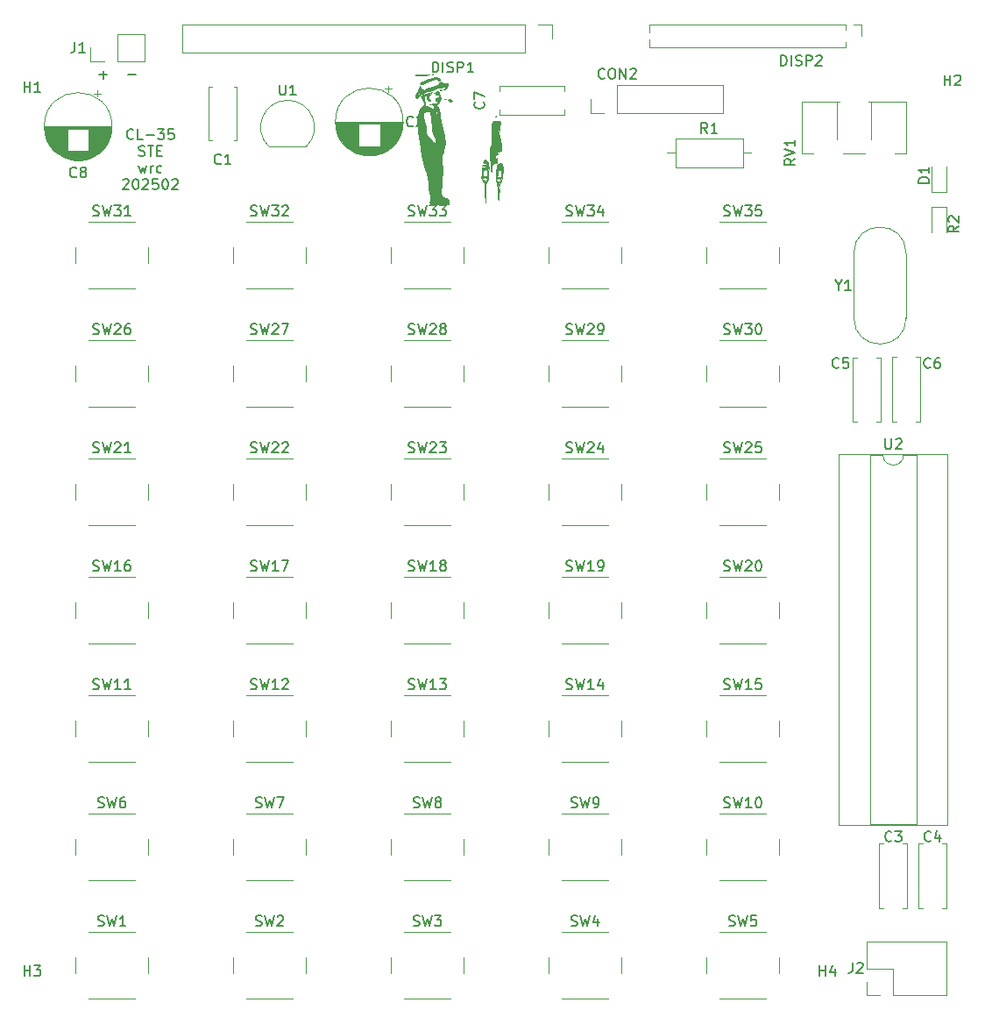
<source format=gbr>
%TF.GenerationSoftware,KiCad,Pcbnew,6.0.11+dfsg-1*%
%TF.CreationDate,2025-02-26T04:55:10-05:00*%
%TF.ProjectId,Terminal_LCD_Keyboard,5465726d-696e-4616-9c5f-4c43445f4b65,rev?*%
%TF.SameCoordinates,Original*%
%TF.FileFunction,Legend,Top*%
%TF.FilePolarity,Positive*%
%FSLAX46Y46*%
G04 Gerber Fmt 4.6, Leading zero omitted, Abs format (unit mm)*
G04 Created by KiCad (PCBNEW 6.0.11+dfsg-1) date 2025-02-26 04:55:10*
%MOMM*%
%LPD*%
G01*
G04 APERTURE LIST*
%ADD10C,0.150000*%
%ADD11C,0.010000*%
%ADD12C,0.120000*%
G04 APERTURE END LIST*
D10*
X35068095Y-28011428D02*
X35830000Y-28011428D01*
X35449047Y-28392380D02*
X35449047Y-27630476D01*
X37830000Y-28011428D02*
X38591904Y-28011428D01*
X38338333Y-34137142D02*
X38290714Y-34184761D01*
X38147857Y-34232380D01*
X38052619Y-34232380D01*
X37909761Y-34184761D01*
X37814523Y-34089523D01*
X37766904Y-33994285D01*
X37719285Y-33803809D01*
X37719285Y-33660952D01*
X37766904Y-33470476D01*
X37814523Y-33375238D01*
X37909761Y-33280000D01*
X38052619Y-33232380D01*
X38147857Y-33232380D01*
X38290714Y-33280000D01*
X38338333Y-33327619D01*
X39243095Y-34232380D02*
X38766904Y-34232380D01*
X38766904Y-33232380D01*
X39576428Y-33851428D02*
X40338333Y-33851428D01*
X40719285Y-33232380D02*
X41338333Y-33232380D01*
X41005000Y-33613333D01*
X41147857Y-33613333D01*
X41243095Y-33660952D01*
X41290714Y-33708571D01*
X41338333Y-33803809D01*
X41338333Y-34041904D01*
X41290714Y-34137142D01*
X41243095Y-34184761D01*
X41147857Y-34232380D01*
X40862142Y-34232380D01*
X40766904Y-34184761D01*
X40719285Y-34137142D01*
X42243095Y-33232380D02*
X41766904Y-33232380D01*
X41719285Y-33708571D01*
X41766904Y-33660952D01*
X41862142Y-33613333D01*
X42100238Y-33613333D01*
X42195476Y-33660952D01*
X42243095Y-33708571D01*
X42290714Y-33803809D01*
X42290714Y-34041904D01*
X42243095Y-34137142D01*
X42195476Y-34184761D01*
X42100238Y-34232380D01*
X41862142Y-34232380D01*
X41766904Y-34184761D01*
X41719285Y-34137142D01*
X38885952Y-35794761D02*
X39028809Y-35842380D01*
X39266904Y-35842380D01*
X39362142Y-35794761D01*
X39409761Y-35747142D01*
X39457380Y-35651904D01*
X39457380Y-35556666D01*
X39409761Y-35461428D01*
X39362142Y-35413809D01*
X39266904Y-35366190D01*
X39076428Y-35318571D01*
X38981190Y-35270952D01*
X38933571Y-35223333D01*
X38885952Y-35128095D01*
X38885952Y-35032857D01*
X38933571Y-34937619D01*
X38981190Y-34890000D01*
X39076428Y-34842380D01*
X39314523Y-34842380D01*
X39457380Y-34890000D01*
X39743095Y-34842380D02*
X40314523Y-34842380D01*
X40028809Y-35842380D02*
X40028809Y-34842380D01*
X40647857Y-35318571D02*
X40981190Y-35318571D01*
X41124047Y-35842380D02*
X40647857Y-35842380D01*
X40647857Y-34842380D01*
X41124047Y-34842380D01*
X38885952Y-36785714D02*
X39076428Y-37452380D01*
X39266904Y-36976190D01*
X39457380Y-37452380D01*
X39647857Y-36785714D01*
X40028809Y-37452380D02*
X40028809Y-36785714D01*
X40028809Y-36976190D02*
X40076428Y-36880952D01*
X40124047Y-36833333D01*
X40219285Y-36785714D01*
X40314523Y-36785714D01*
X41076428Y-37404761D02*
X40981190Y-37452380D01*
X40790714Y-37452380D01*
X40695476Y-37404761D01*
X40647857Y-37357142D01*
X40600238Y-37261904D01*
X40600238Y-36976190D01*
X40647857Y-36880952D01*
X40695476Y-36833333D01*
X40790714Y-36785714D01*
X40981190Y-36785714D01*
X41076428Y-36833333D01*
X37338333Y-38157619D02*
X37385952Y-38110000D01*
X37481190Y-38062380D01*
X37719285Y-38062380D01*
X37814523Y-38110000D01*
X37862142Y-38157619D01*
X37909761Y-38252857D01*
X37909761Y-38348095D01*
X37862142Y-38490952D01*
X37290714Y-39062380D01*
X37909761Y-39062380D01*
X38528809Y-38062380D02*
X38624047Y-38062380D01*
X38719285Y-38110000D01*
X38766904Y-38157619D01*
X38814523Y-38252857D01*
X38862142Y-38443333D01*
X38862142Y-38681428D01*
X38814523Y-38871904D01*
X38766904Y-38967142D01*
X38719285Y-39014761D01*
X38624047Y-39062380D01*
X38528809Y-39062380D01*
X38433571Y-39014761D01*
X38385952Y-38967142D01*
X38338333Y-38871904D01*
X38290714Y-38681428D01*
X38290714Y-38443333D01*
X38338333Y-38252857D01*
X38385952Y-38157619D01*
X38433571Y-38110000D01*
X38528809Y-38062380D01*
X39243095Y-38157619D02*
X39290714Y-38110000D01*
X39385952Y-38062380D01*
X39624047Y-38062380D01*
X39719285Y-38110000D01*
X39766904Y-38157619D01*
X39814523Y-38252857D01*
X39814523Y-38348095D01*
X39766904Y-38490952D01*
X39195476Y-39062380D01*
X39814523Y-39062380D01*
X40719285Y-38062380D02*
X40243095Y-38062380D01*
X40195476Y-38538571D01*
X40243095Y-38490952D01*
X40338333Y-38443333D01*
X40576428Y-38443333D01*
X40671666Y-38490952D01*
X40719285Y-38538571D01*
X40766904Y-38633809D01*
X40766904Y-38871904D01*
X40719285Y-38967142D01*
X40671666Y-39014761D01*
X40576428Y-39062380D01*
X40338333Y-39062380D01*
X40243095Y-39014761D01*
X40195476Y-38967142D01*
X41385952Y-38062380D02*
X41481190Y-38062380D01*
X41576428Y-38110000D01*
X41624047Y-38157619D01*
X41671666Y-38252857D01*
X41719285Y-38443333D01*
X41719285Y-38681428D01*
X41671666Y-38871904D01*
X41624047Y-38967142D01*
X41576428Y-39014761D01*
X41481190Y-39062380D01*
X41385952Y-39062380D01*
X41290714Y-39014761D01*
X41243095Y-38967142D01*
X41195476Y-38871904D01*
X41147857Y-38681428D01*
X41147857Y-38443333D01*
X41195476Y-38252857D01*
X41243095Y-38157619D01*
X41290714Y-38110000D01*
X41385952Y-38062380D01*
X42100238Y-38157619D02*
X42147857Y-38110000D01*
X42243095Y-38062380D01*
X42481190Y-38062380D01*
X42576428Y-38110000D01*
X42624047Y-38157619D01*
X42671666Y-38252857D01*
X42671666Y-38348095D01*
X42624047Y-38490952D01*
X42052619Y-39062380D01*
X42671666Y-39062380D01*
%TO.C,H4*%
X104648095Y-115027380D02*
X104648095Y-114027380D01*
X104648095Y-114503571D02*
X105219523Y-114503571D01*
X105219523Y-115027380D02*
X105219523Y-114027380D01*
X106124285Y-114360714D02*
X106124285Y-115027380D01*
X105886190Y-113979761D02*
X105648095Y-114694047D01*
X106267142Y-114694047D01*
%TO.C,H3*%
X27813095Y-115027380D02*
X27813095Y-114027380D01*
X27813095Y-114503571D02*
X28384523Y-114503571D01*
X28384523Y-115027380D02*
X28384523Y-114027380D01*
X28765476Y-114027380D02*
X29384523Y-114027380D01*
X29051190Y-114408333D01*
X29194047Y-114408333D01*
X29289285Y-114455952D01*
X29336904Y-114503571D01*
X29384523Y-114598809D01*
X29384523Y-114836904D01*
X29336904Y-114932142D01*
X29289285Y-114979761D01*
X29194047Y-115027380D01*
X28908333Y-115027380D01*
X28813095Y-114979761D01*
X28765476Y-114932142D01*
%TO.C,H2*%
X116713095Y-29027380D02*
X116713095Y-28027380D01*
X116713095Y-28503571D02*
X117284523Y-28503571D01*
X117284523Y-29027380D02*
X117284523Y-28027380D01*
X117713095Y-28122619D02*
X117760714Y-28075000D01*
X117855952Y-28027380D01*
X118094047Y-28027380D01*
X118189285Y-28075000D01*
X118236904Y-28122619D01*
X118284523Y-28217857D01*
X118284523Y-28313095D01*
X118236904Y-28455952D01*
X117665476Y-29027380D01*
X118284523Y-29027380D01*
%TO.C,H1*%
X27813095Y-29662380D02*
X27813095Y-28662380D01*
X27813095Y-29138571D02*
X28384523Y-29138571D01*
X28384523Y-29662380D02*
X28384523Y-28662380D01*
X29384523Y-29662380D02*
X28813095Y-29662380D01*
X29098809Y-29662380D02*
X29098809Y-28662380D01*
X29003571Y-28805238D01*
X28908333Y-28900476D01*
X28813095Y-28948095D01*
%TO.C,SW3*%
X65416666Y-110164761D02*
X65559523Y-110212380D01*
X65797619Y-110212380D01*
X65892857Y-110164761D01*
X65940476Y-110117142D01*
X65988095Y-110021904D01*
X65988095Y-109926666D01*
X65940476Y-109831428D01*
X65892857Y-109783809D01*
X65797619Y-109736190D01*
X65607142Y-109688571D01*
X65511904Y-109640952D01*
X65464285Y-109593333D01*
X65416666Y-109498095D01*
X65416666Y-109402857D01*
X65464285Y-109307619D01*
X65511904Y-109260000D01*
X65607142Y-109212380D01*
X65845238Y-109212380D01*
X65988095Y-109260000D01*
X66321428Y-109212380D02*
X66559523Y-110212380D01*
X66750000Y-109498095D01*
X66940476Y-110212380D01*
X67178571Y-109212380D01*
X67464285Y-109212380D02*
X68083333Y-109212380D01*
X67750000Y-109593333D01*
X67892857Y-109593333D01*
X67988095Y-109640952D01*
X68035714Y-109688571D01*
X68083333Y-109783809D01*
X68083333Y-110021904D01*
X68035714Y-110117142D01*
X67988095Y-110164761D01*
X67892857Y-110212380D01*
X67607142Y-110212380D01*
X67511904Y-110164761D01*
X67464285Y-110117142D01*
%TO.C,C7*%
X72192142Y-30646666D02*
X72239761Y-30694285D01*
X72287380Y-30837142D01*
X72287380Y-30932380D01*
X72239761Y-31075238D01*
X72144523Y-31170476D01*
X72049285Y-31218095D01*
X71858809Y-31265714D01*
X71715952Y-31265714D01*
X71525476Y-31218095D01*
X71430238Y-31170476D01*
X71335000Y-31075238D01*
X71287380Y-30932380D01*
X71287380Y-30837142D01*
X71335000Y-30694285D01*
X71382619Y-30646666D01*
X71287380Y-30313333D02*
X71287380Y-29646666D01*
X72287380Y-30075238D01*
%TO.C,SW33*%
X64940476Y-41584761D02*
X65083333Y-41632380D01*
X65321428Y-41632380D01*
X65416666Y-41584761D01*
X65464285Y-41537142D01*
X65511904Y-41441904D01*
X65511904Y-41346666D01*
X65464285Y-41251428D01*
X65416666Y-41203809D01*
X65321428Y-41156190D01*
X65130952Y-41108571D01*
X65035714Y-41060952D01*
X64988095Y-41013333D01*
X64940476Y-40918095D01*
X64940476Y-40822857D01*
X64988095Y-40727619D01*
X65035714Y-40680000D01*
X65130952Y-40632380D01*
X65369047Y-40632380D01*
X65511904Y-40680000D01*
X65845238Y-40632380D02*
X66083333Y-41632380D01*
X66273809Y-40918095D01*
X66464285Y-41632380D01*
X66702380Y-40632380D01*
X66988095Y-40632380D02*
X67607142Y-40632380D01*
X67273809Y-41013333D01*
X67416666Y-41013333D01*
X67511904Y-41060952D01*
X67559523Y-41108571D01*
X67607142Y-41203809D01*
X67607142Y-41441904D01*
X67559523Y-41537142D01*
X67511904Y-41584761D01*
X67416666Y-41632380D01*
X67130952Y-41632380D01*
X67035714Y-41584761D01*
X66988095Y-41537142D01*
X67940476Y-40632380D02*
X68559523Y-40632380D01*
X68226190Y-41013333D01*
X68369047Y-41013333D01*
X68464285Y-41060952D01*
X68511904Y-41108571D01*
X68559523Y-41203809D01*
X68559523Y-41441904D01*
X68511904Y-41537142D01*
X68464285Y-41584761D01*
X68369047Y-41632380D01*
X68083333Y-41632380D01*
X67988095Y-41584761D01*
X67940476Y-41537142D01*
%TO.C,DISP2*%
X100917619Y-27122380D02*
X100917619Y-26122380D01*
X101155714Y-26122380D01*
X101298571Y-26170000D01*
X101393809Y-26265238D01*
X101441428Y-26360476D01*
X101489047Y-26550952D01*
X101489047Y-26693809D01*
X101441428Y-26884285D01*
X101393809Y-26979523D01*
X101298571Y-27074761D01*
X101155714Y-27122380D01*
X100917619Y-27122380D01*
X101917619Y-27122380D02*
X101917619Y-26122380D01*
X102346190Y-27074761D02*
X102489047Y-27122380D01*
X102727142Y-27122380D01*
X102822380Y-27074761D01*
X102870000Y-27027142D01*
X102917619Y-26931904D01*
X102917619Y-26836666D01*
X102870000Y-26741428D01*
X102822380Y-26693809D01*
X102727142Y-26646190D01*
X102536666Y-26598571D01*
X102441428Y-26550952D01*
X102393809Y-26503333D01*
X102346190Y-26408095D01*
X102346190Y-26312857D01*
X102393809Y-26217619D01*
X102441428Y-26170000D01*
X102536666Y-26122380D01*
X102774761Y-26122380D01*
X102917619Y-26170000D01*
X103346190Y-27122380D02*
X103346190Y-26122380D01*
X103727142Y-26122380D01*
X103822380Y-26170000D01*
X103870000Y-26217619D01*
X103917619Y-26312857D01*
X103917619Y-26455714D01*
X103870000Y-26550952D01*
X103822380Y-26598571D01*
X103727142Y-26646190D01*
X103346190Y-26646190D01*
X104298571Y-26217619D02*
X104346190Y-26170000D01*
X104441428Y-26122380D01*
X104679523Y-26122380D01*
X104774761Y-26170000D01*
X104822380Y-26217619D01*
X104870000Y-26312857D01*
X104870000Y-26408095D01*
X104822380Y-26550952D01*
X104250952Y-27122380D01*
X104870000Y-27122380D01*
%TO.C,Y1*%
X106488809Y-48336190D02*
X106488809Y-48812380D01*
X106155476Y-47812380D02*
X106488809Y-48336190D01*
X106822142Y-47812380D01*
X107679285Y-48812380D02*
X107107857Y-48812380D01*
X107393571Y-48812380D02*
X107393571Y-47812380D01*
X107298333Y-47955238D01*
X107203095Y-48050476D01*
X107107857Y-48098095D01*
%TO.C,U2*%
X111008095Y-63147380D02*
X111008095Y-63956904D01*
X111055714Y-64052142D01*
X111103333Y-64099761D01*
X111198571Y-64147380D01*
X111389047Y-64147380D01*
X111484285Y-64099761D01*
X111531904Y-64052142D01*
X111579523Y-63956904D01*
X111579523Y-63147380D01*
X112008095Y-63242619D02*
X112055714Y-63195000D01*
X112150952Y-63147380D01*
X112389047Y-63147380D01*
X112484285Y-63195000D01*
X112531904Y-63242619D01*
X112579523Y-63337857D01*
X112579523Y-63433095D01*
X112531904Y-63575952D01*
X111960476Y-64147380D01*
X112579523Y-64147380D01*
%TO.C,D1*%
X115227380Y-38443095D02*
X114227380Y-38443095D01*
X114227380Y-38205000D01*
X114275000Y-38062142D01*
X114370238Y-37966904D01*
X114465476Y-37919285D01*
X114655952Y-37871666D01*
X114798809Y-37871666D01*
X114989285Y-37919285D01*
X115084523Y-37966904D01*
X115179761Y-38062142D01*
X115227380Y-38205000D01*
X115227380Y-38443095D01*
X115227380Y-36919285D02*
X115227380Y-37490714D01*
X115227380Y-37205000D02*
X114227380Y-37205000D01*
X114370238Y-37300238D01*
X114465476Y-37395476D01*
X114513095Y-37490714D01*
%TO.C,SW22*%
X49700476Y-64444761D02*
X49843333Y-64492380D01*
X50081428Y-64492380D01*
X50176666Y-64444761D01*
X50224285Y-64397142D01*
X50271904Y-64301904D01*
X50271904Y-64206666D01*
X50224285Y-64111428D01*
X50176666Y-64063809D01*
X50081428Y-64016190D01*
X49890952Y-63968571D01*
X49795714Y-63920952D01*
X49748095Y-63873333D01*
X49700476Y-63778095D01*
X49700476Y-63682857D01*
X49748095Y-63587619D01*
X49795714Y-63540000D01*
X49890952Y-63492380D01*
X50129047Y-63492380D01*
X50271904Y-63540000D01*
X50605238Y-63492380D02*
X50843333Y-64492380D01*
X51033809Y-63778095D01*
X51224285Y-64492380D01*
X51462380Y-63492380D01*
X51795714Y-63587619D02*
X51843333Y-63540000D01*
X51938571Y-63492380D01*
X52176666Y-63492380D01*
X52271904Y-63540000D01*
X52319523Y-63587619D01*
X52367142Y-63682857D01*
X52367142Y-63778095D01*
X52319523Y-63920952D01*
X51748095Y-64492380D01*
X52367142Y-64492380D01*
X52748095Y-63587619D02*
X52795714Y-63540000D01*
X52890952Y-63492380D01*
X53129047Y-63492380D01*
X53224285Y-63540000D01*
X53271904Y-63587619D01*
X53319523Y-63682857D01*
X53319523Y-63778095D01*
X53271904Y-63920952D01*
X52700476Y-64492380D01*
X53319523Y-64492380D01*
%TO.C,J2*%
X107841666Y-113757380D02*
X107841666Y-114471666D01*
X107794047Y-114614523D01*
X107698809Y-114709761D01*
X107555952Y-114757380D01*
X107460714Y-114757380D01*
X108270238Y-113852619D02*
X108317857Y-113805000D01*
X108413095Y-113757380D01*
X108651190Y-113757380D01*
X108746428Y-113805000D01*
X108794047Y-113852619D01*
X108841666Y-113947857D01*
X108841666Y-114043095D01*
X108794047Y-114185952D01*
X108222619Y-114757380D01*
X108841666Y-114757380D01*
%TO.C,SW30*%
X95420476Y-53014761D02*
X95563333Y-53062380D01*
X95801428Y-53062380D01*
X95896666Y-53014761D01*
X95944285Y-52967142D01*
X95991904Y-52871904D01*
X95991904Y-52776666D01*
X95944285Y-52681428D01*
X95896666Y-52633809D01*
X95801428Y-52586190D01*
X95610952Y-52538571D01*
X95515714Y-52490952D01*
X95468095Y-52443333D01*
X95420476Y-52348095D01*
X95420476Y-52252857D01*
X95468095Y-52157619D01*
X95515714Y-52110000D01*
X95610952Y-52062380D01*
X95849047Y-52062380D01*
X95991904Y-52110000D01*
X96325238Y-52062380D02*
X96563333Y-53062380D01*
X96753809Y-52348095D01*
X96944285Y-53062380D01*
X97182380Y-52062380D01*
X97468095Y-52062380D02*
X98087142Y-52062380D01*
X97753809Y-52443333D01*
X97896666Y-52443333D01*
X97991904Y-52490952D01*
X98039523Y-52538571D01*
X98087142Y-52633809D01*
X98087142Y-52871904D01*
X98039523Y-52967142D01*
X97991904Y-53014761D01*
X97896666Y-53062380D01*
X97610952Y-53062380D01*
X97515714Y-53014761D01*
X97468095Y-52967142D01*
X98706190Y-52062380D02*
X98801428Y-52062380D01*
X98896666Y-52110000D01*
X98944285Y-52157619D01*
X98991904Y-52252857D01*
X99039523Y-52443333D01*
X99039523Y-52681428D01*
X98991904Y-52871904D01*
X98944285Y-52967142D01*
X98896666Y-53014761D01*
X98801428Y-53062380D01*
X98706190Y-53062380D01*
X98610952Y-53014761D01*
X98563333Y-52967142D01*
X98515714Y-52871904D01*
X98468095Y-52681428D01*
X98468095Y-52443333D01*
X98515714Y-52252857D01*
X98563333Y-52157619D01*
X98610952Y-52110000D01*
X98706190Y-52062380D01*
%TO.C,DISP1*%
X67262619Y-27757380D02*
X67262619Y-26757380D01*
X67500714Y-26757380D01*
X67643571Y-26805000D01*
X67738809Y-26900238D01*
X67786428Y-26995476D01*
X67834047Y-27185952D01*
X67834047Y-27328809D01*
X67786428Y-27519285D01*
X67738809Y-27614523D01*
X67643571Y-27709761D01*
X67500714Y-27757380D01*
X67262619Y-27757380D01*
X68262619Y-27757380D02*
X68262619Y-26757380D01*
X68691190Y-27709761D02*
X68834047Y-27757380D01*
X69072142Y-27757380D01*
X69167380Y-27709761D01*
X69215000Y-27662142D01*
X69262619Y-27566904D01*
X69262619Y-27471666D01*
X69215000Y-27376428D01*
X69167380Y-27328809D01*
X69072142Y-27281190D01*
X68881666Y-27233571D01*
X68786428Y-27185952D01*
X68738809Y-27138333D01*
X68691190Y-27043095D01*
X68691190Y-26947857D01*
X68738809Y-26852619D01*
X68786428Y-26805000D01*
X68881666Y-26757380D01*
X69119761Y-26757380D01*
X69262619Y-26805000D01*
X69691190Y-27757380D02*
X69691190Y-26757380D01*
X70072142Y-26757380D01*
X70167380Y-26805000D01*
X70215000Y-26852619D01*
X70262619Y-26947857D01*
X70262619Y-27090714D01*
X70215000Y-27185952D01*
X70167380Y-27233571D01*
X70072142Y-27281190D01*
X69691190Y-27281190D01*
X71215000Y-27757380D02*
X70643571Y-27757380D01*
X70929285Y-27757380D02*
X70929285Y-26757380D01*
X70834047Y-26900238D01*
X70738809Y-26995476D01*
X70643571Y-27043095D01*
%TO.C,SW12*%
X49700476Y-87304761D02*
X49843333Y-87352380D01*
X50081428Y-87352380D01*
X50176666Y-87304761D01*
X50224285Y-87257142D01*
X50271904Y-87161904D01*
X50271904Y-87066666D01*
X50224285Y-86971428D01*
X50176666Y-86923809D01*
X50081428Y-86876190D01*
X49890952Y-86828571D01*
X49795714Y-86780952D01*
X49748095Y-86733333D01*
X49700476Y-86638095D01*
X49700476Y-86542857D01*
X49748095Y-86447619D01*
X49795714Y-86400000D01*
X49890952Y-86352380D01*
X50129047Y-86352380D01*
X50271904Y-86400000D01*
X50605238Y-86352380D02*
X50843333Y-87352380D01*
X51033809Y-86638095D01*
X51224285Y-87352380D01*
X51462380Y-86352380D01*
X52367142Y-87352380D02*
X51795714Y-87352380D01*
X52081428Y-87352380D02*
X52081428Y-86352380D01*
X51986190Y-86495238D01*
X51890952Y-86590476D01*
X51795714Y-86638095D01*
X52748095Y-86447619D02*
X52795714Y-86400000D01*
X52890952Y-86352380D01*
X53129047Y-86352380D01*
X53224285Y-86400000D01*
X53271904Y-86447619D01*
X53319523Y-86542857D01*
X53319523Y-86638095D01*
X53271904Y-86780952D01*
X52700476Y-87352380D01*
X53319523Y-87352380D01*
%TO.C,SW26*%
X34460476Y-53014761D02*
X34603333Y-53062380D01*
X34841428Y-53062380D01*
X34936666Y-53014761D01*
X34984285Y-52967142D01*
X35031904Y-52871904D01*
X35031904Y-52776666D01*
X34984285Y-52681428D01*
X34936666Y-52633809D01*
X34841428Y-52586190D01*
X34650952Y-52538571D01*
X34555714Y-52490952D01*
X34508095Y-52443333D01*
X34460476Y-52348095D01*
X34460476Y-52252857D01*
X34508095Y-52157619D01*
X34555714Y-52110000D01*
X34650952Y-52062380D01*
X34889047Y-52062380D01*
X35031904Y-52110000D01*
X35365238Y-52062380D02*
X35603333Y-53062380D01*
X35793809Y-52348095D01*
X35984285Y-53062380D01*
X36222380Y-52062380D01*
X36555714Y-52157619D02*
X36603333Y-52110000D01*
X36698571Y-52062380D01*
X36936666Y-52062380D01*
X37031904Y-52110000D01*
X37079523Y-52157619D01*
X37127142Y-52252857D01*
X37127142Y-52348095D01*
X37079523Y-52490952D01*
X36508095Y-53062380D01*
X37127142Y-53062380D01*
X37984285Y-52062380D02*
X37793809Y-52062380D01*
X37698571Y-52110000D01*
X37650952Y-52157619D01*
X37555714Y-52300476D01*
X37508095Y-52490952D01*
X37508095Y-52871904D01*
X37555714Y-52967142D01*
X37603333Y-53014761D01*
X37698571Y-53062380D01*
X37889047Y-53062380D01*
X37984285Y-53014761D01*
X38031904Y-52967142D01*
X38079523Y-52871904D01*
X38079523Y-52633809D01*
X38031904Y-52538571D01*
X37984285Y-52490952D01*
X37889047Y-52443333D01*
X37698571Y-52443333D01*
X37603333Y-52490952D01*
X37555714Y-52538571D01*
X37508095Y-52633809D01*
%TO.C,SW13*%
X64940476Y-87304761D02*
X65083333Y-87352380D01*
X65321428Y-87352380D01*
X65416666Y-87304761D01*
X65464285Y-87257142D01*
X65511904Y-87161904D01*
X65511904Y-87066666D01*
X65464285Y-86971428D01*
X65416666Y-86923809D01*
X65321428Y-86876190D01*
X65130952Y-86828571D01*
X65035714Y-86780952D01*
X64988095Y-86733333D01*
X64940476Y-86638095D01*
X64940476Y-86542857D01*
X64988095Y-86447619D01*
X65035714Y-86400000D01*
X65130952Y-86352380D01*
X65369047Y-86352380D01*
X65511904Y-86400000D01*
X65845238Y-86352380D02*
X66083333Y-87352380D01*
X66273809Y-86638095D01*
X66464285Y-87352380D01*
X66702380Y-86352380D01*
X67607142Y-87352380D02*
X67035714Y-87352380D01*
X67321428Y-87352380D02*
X67321428Y-86352380D01*
X67226190Y-86495238D01*
X67130952Y-86590476D01*
X67035714Y-86638095D01*
X67940476Y-86352380D02*
X68559523Y-86352380D01*
X68226190Y-86733333D01*
X68369047Y-86733333D01*
X68464285Y-86780952D01*
X68511904Y-86828571D01*
X68559523Y-86923809D01*
X68559523Y-87161904D01*
X68511904Y-87257142D01*
X68464285Y-87304761D01*
X68369047Y-87352380D01*
X68083333Y-87352380D01*
X67988095Y-87304761D01*
X67940476Y-87257142D01*
%TO.C,SW20*%
X95420476Y-75874761D02*
X95563333Y-75922380D01*
X95801428Y-75922380D01*
X95896666Y-75874761D01*
X95944285Y-75827142D01*
X95991904Y-75731904D01*
X95991904Y-75636666D01*
X95944285Y-75541428D01*
X95896666Y-75493809D01*
X95801428Y-75446190D01*
X95610952Y-75398571D01*
X95515714Y-75350952D01*
X95468095Y-75303333D01*
X95420476Y-75208095D01*
X95420476Y-75112857D01*
X95468095Y-75017619D01*
X95515714Y-74970000D01*
X95610952Y-74922380D01*
X95849047Y-74922380D01*
X95991904Y-74970000D01*
X96325238Y-74922380D02*
X96563333Y-75922380D01*
X96753809Y-75208095D01*
X96944285Y-75922380D01*
X97182380Y-74922380D01*
X97515714Y-75017619D02*
X97563333Y-74970000D01*
X97658571Y-74922380D01*
X97896666Y-74922380D01*
X97991904Y-74970000D01*
X98039523Y-75017619D01*
X98087142Y-75112857D01*
X98087142Y-75208095D01*
X98039523Y-75350952D01*
X97468095Y-75922380D01*
X98087142Y-75922380D01*
X98706190Y-74922380D02*
X98801428Y-74922380D01*
X98896666Y-74970000D01*
X98944285Y-75017619D01*
X98991904Y-75112857D01*
X99039523Y-75303333D01*
X99039523Y-75541428D01*
X98991904Y-75731904D01*
X98944285Y-75827142D01*
X98896666Y-75874761D01*
X98801428Y-75922380D01*
X98706190Y-75922380D01*
X98610952Y-75874761D01*
X98563333Y-75827142D01*
X98515714Y-75731904D01*
X98468095Y-75541428D01*
X98468095Y-75303333D01*
X98515714Y-75112857D01*
X98563333Y-75017619D01*
X98610952Y-74970000D01*
X98706190Y-74922380D01*
%TO.C,SW28*%
X64940476Y-53014761D02*
X65083333Y-53062380D01*
X65321428Y-53062380D01*
X65416666Y-53014761D01*
X65464285Y-52967142D01*
X65511904Y-52871904D01*
X65511904Y-52776666D01*
X65464285Y-52681428D01*
X65416666Y-52633809D01*
X65321428Y-52586190D01*
X65130952Y-52538571D01*
X65035714Y-52490952D01*
X64988095Y-52443333D01*
X64940476Y-52348095D01*
X64940476Y-52252857D01*
X64988095Y-52157619D01*
X65035714Y-52110000D01*
X65130952Y-52062380D01*
X65369047Y-52062380D01*
X65511904Y-52110000D01*
X65845238Y-52062380D02*
X66083333Y-53062380D01*
X66273809Y-52348095D01*
X66464285Y-53062380D01*
X66702380Y-52062380D01*
X67035714Y-52157619D02*
X67083333Y-52110000D01*
X67178571Y-52062380D01*
X67416666Y-52062380D01*
X67511904Y-52110000D01*
X67559523Y-52157619D01*
X67607142Y-52252857D01*
X67607142Y-52348095D01*
X67559523Y-52490952D01*
X66988095Y-53062380D01*
X67607142Y-53062380D01*
X68178571Y-52490952D02*
X68083333Y-52443333D01*
X68035714Y-52395714D01*
X67988095Y-52300476D01*
X67988095Y-52252857D01*
X68035714Y-52157619D01*
X68083333Y-52110000D01*
X68178571Y-52062380D01*
X68369047Y-52062380D01*
X68464285Y-52110000D01*
X68511904Y-52157619D01*
X68559523Y-52252857D01*
X68559523Y-52300476D01*
X68511904Y-52395714D01*
X68464285Y-52443333D01*
X68369047Y-52490952D01*
X68178571Y-52490952D01*
X68083333Y-52538571D01*
X68035714Y-52586190D01*
X67988095Y-52681428D01*
X67988095Y-52871904D01*
X68035714Y-52967142D01*
X68083333Y-53014761D01*
X68178571Y-53062380D01*
X68369047Y-53062380D01*
X68464285Y-53014761D01*
X68511904Y-52967142D01*
X68559523Y-52871904D01*
X68559523Y-52681428D01*
X68511904Y-52586190D01*
X68464285Y-52538571D01*
X68369047Y-52490952D01*
%TO.C,SW10*%
X95420476Y-98734761D02*
X95563333Y-98782380D01*
X95801428Y-98782380D01*
X95896666Y-98734761D01*
X95944285Y-98687142D01*
X95991904Y-98591904D01*
X95991904Y-98496666D01*
X95944285Y-98401428D01*
X95896666Y-98353809D01*
X95801428Y-98306190D01*
X95610952Y-98258571D01*
X95515714Y-98210952D01*
X95468095Y-98163333D01*
X95420476Y-98068095D01*
X95420476Y-97972857D01*
X95468095Y-97877619D01*
X95515714Y-97830000D01*
X95610952Y-97782380D01*
X95849047Y-97782380D01*
X95991904Y-97830000D01*
X96325238Y-97782380D02*
X96563333Y-98782380D01*
X96753809Y-98068095D01*
X96944285Y-98782380D01*
X97182380Y-97782380D01*
X98087142Y-98782380D02*
X97515714Y-98782380D01*
X97801428Y-98782380D02*
X97801428Y-97782380D01*
X97706190Y-97925238D01*
X97610952Y-98020476D01*
X97515714Y-98068095D01*
X98706190Y-97782380D02*
X98801428Y-97782380D01*
X98896666Y-97830000D01*
X98944285Y-97877619D01*
X98991904Y-97972857D01*
X99039523Y-98163333D01*
X99039523Y-98401428D01*
X98991904Y-98591904D01*
X98944285Y-98687142D01*
X98896666Y-98734761D01*
X98801428Y-98782380D01*
X98706190Y-98782380D01*
X98610952Y-98734761D01*
X98563333Y-98687142D01*
X98515714Y-98591904D01*
X98468095Y-98401428D01*
X98468095Y-98163333D01*
X98515714Y-97972857D01*
X98563333Y-97877619D01*
X98610952Y-97830000D01*
X98706190Y-97782380D01*
%TO.C,SW16*%
X34460476Y-75874761D02*
X34603333Y-75922380D01*
X34841428Y-75922380D01*
X34936666Y-75874761D01*
X34984285Y-75827142D01*
X35031904Y-75731904D01*
X35031904Y-75636666D01*
X34984285Y-75541428D01*
X34936666Y-75493809D01*
X34841428Y-75446190D01*
X34650952Y-75398571D01*
X34555714Y-75350952D01*
X34508095Y-75303333D01*
X34460476Y-75208095D01*
X34460476Y-75112857D01*
X34508095Y-75017619D01*
X34555714Y-74970000D01*
X34650952Y-74922380D01*
X34889047Y-74922380D01*
X35031904Y-74970000D01*
X35365238Y-74922380D02*
X35603333Y-75922380D01*
X35793809Y-75208095D01*
X35984285Y-75922380D01*
X36222380Y-74922380D01*
X37127142Y-75922380D02*
X36555714Y-75922380D01*
X36841428Y-75922380D02*
X36841428Y-74922380D01*
X36746190Y-75065238D01*
X36650952Y-75160476D01*
X36555714Y-75208095D01*
X37984285Y-74922380D02*
X37793809Y-74922380D01*
X37698571Y-74970000D01*
X37650952Y-75017619D01*
X37555714Y-75160476D01*
X37508095Y-75350952D01*
X37508095Y-75731904D01*
X37555714Y-75827142D01*
X37603333Y-75874761D01*
X37698571Y-75922380D01*
X37889047Y-75922380D01*
X37984285Y-75874761D01*
X38031904Y-75827142D01*
X38079523Y-75731904D01*
X38079523Y-75493809D01*
X38031904Y-75398571D01*
X37984285Y-75350952D01*
X37889047Y-75303333D01*
X37698571Y-75303333D01*
X37603333Y-75350952D01*
X37555714Y-75398571D01*
X37508095Y-75493809D01*
%TO.C,SW6*%
X34936666Y-98734761D02*
X35079523Y-98782380D01*
X35317619Y-98782380D01*
X35412857Y-98734761D01*
X35460476Y-98687142D01*
X35508095Y-98591904D01*
X35508095Y-98496666D01*
X35460476Y-98401428D01*
X35412857Y-98353809D01*
X35317619Y-98306190D01*
X35127142Y-98258571D01*
X35031904Y-98210952D01*
X34984285Y-98163333D01*
X34936666Y-98068095D01*
X34936666Y-97972857D01*
X34984285Y-97877619D01*
X35031904Y-97830000D01*
X35127142Y-97782380D01*
X35365238Y-97782380D01*
X35508095Y-97830000D01*
X35841428Y-97782380D02*
X36079523Y-98782380D01*
X36270000Y-98068095D01*
X36460476Y-98782380D01*
X36698571Y-97782380D01*
X37508095Y-97782380D02*
X37317619Y-97782380D01*
X37222380Y-97830000D01*
X37174761Y-97877619D01*
X37079523Y-98020476D01*
X37031904Y-98210952D01*
X37031904Y-98591904D01*
X37079523Y-98687142D01*
X37127142Y-98734761D01*
X37222380Y-98782380D01*
X37412857Y-98782380D01*
X37508095Y-98734761D01*
X37555714Y-98687142D01*
X37603333Y-98591904D01*
X37603333Y-98353809D01*
X37555714Y-98258571D01*
X37508095Y-98210952D01*
X37412857Y-98163333D01*
X37222380Y-98163333D01*
X37127142Y-98210952D01*
X37079523Y-98258571D01*
X37031904Y-98353809D01*
%TO.C,C6*%
X115363333Y-56237142D02*
X115315714Y-56284761D01*
X115172857Y-56332380D01*
X115077619Y-56332380D01*
X114934761Y-56284761D01*
X114839523Y-56189523D01*
X114791904Y-56094285D01*
X114744285Y-55903809D01*
X114744285Y-55760952D01*
X114791904Y-55570476D01*
X114839523Y-55475238D01*
X114934761Y-55380000D01*
X115077619Y-55332380D01*
X115172857Y-55332380D01*
X115315714Y-55380000D01*
X115363333Y-55427619D01*
X116220476Y-55332380D02*
X116030000Y-55332380D01*
X115934761Y-55380000D01*
X115887142Y-55427619D01*
X115791904Y-55570476D01*
X115744285Y-55760952D01*
X115744285Y-56141904D01*
X115791904Y-56237142D01*
X115839523Y-56284761D01*
X115934761Y-56332380D01*
X116125238Y-56332380D01*
X116220476Y-56284761D01*
X116268095Y-56237142D01*
X116315714Y-56141904D01*
X116315714Y-55903809D01*
X116268095Y-55808571D01*
X116220476Y-55760952D01*
X116125238Y-55713333D01*
X115934761Y-55713333D01*
X115839523Y-55760952D01*
X115791904Y-55808571D01*
X115744285Y-55903809D01*
%TO.C,RV1*%
X102277380Y-36115238D02*
X101801190Y-36448571D01*
X102277380Y-36686666D02*
X101277380Y-36686666D01*
X101277380Y-36305714D01*
X101325000Y-36210476D01*
X101372619Y-36162857D01*
X101467857Y-36115238D01*
X101610714Y-36115238D01*
X101705952Y-36162857D01*
X101753571Y-36210476D01*
X101801190Y-36305714D01*
X101801190Y-36686666D01*
X101277380Y-35829523D02*
X102277380Y-35496190D01*
X101277380Y-35162857D01*
X102277380Y-34305714D02*
X102277380Y-34877142D01*
X102277380Y-34591428D02*
X101277380Y-34591428D01*
X101420238Y-34686666D01*
X101515476Y-34781904D01*
X101563095Y-34877142D01*
%TO.C,SW1*%
X34936666Y-110164761D02*
X35079523Y-110212380D01*
X35317619Y-110212380D01*
X35412857Y-110164761D01*
X35460476Y-110117142D01*
X35508095Y-110021904D01*
X35508095Y-109926666D01*
X35460476Y-109831428D01*
X35412857Y-109783809D01*
X35317619Y-109736190D01*
X35127142Y-109688571D01*
X35031904Y-109640952D01*
X34984285Y-109593333D01*
X34936666Y-109498095D01*
X34936666Y-109402857D01*
X34984285Y-109307619D01*
X35031904Y-109260000D01*
X35127142Y-109212380D01*
X35365238Y-109212380D01*
X35508095Y-109260000D01*
X35841428Y-109212380D02*
X36079523Y-110212380D01*
X36270000Y-109498095D01*
X36460476Y-110212380D01*
X36698571Y-109212380D01*
X37603333Y-110212380D02*
X37031904Y-110212380D01*
X37317619Y-110212380D02*
X37317619Y-109212380D01*
X37222380Y-109355238D01*
X37127142Y-109450476D01*
X37031904Y-109498095D01*
%TO.C,SW19*%
X80180476Y-75874761D02*
X80323333Y-75922380D01*
X80561428Y-75922380D01*
X80656666Y-75874761D01*
X80704285Y-75827142D01*
X80751904Y-75731904D01*
X80751904Y-75636666D01*
X80704285Y-75541428D01*
X80656666Y-75493809D01*
X80561428Y-75446190D01*
X80370952Y-75398571D01*
X80275714Y-75350952D01*
X80228095Y-75303333D01*
X80180476Y-75208095D01*
X80180476Y-75112857D01*
X80228095Y-75017619D01*
X80275714Y-74970000D01*
X80370952Y-74922380D01*
X80609047Y-74922380D01*
X80751904Y-74970000D01*
X81085238Y-74922380D02*
X81323333Y-75922380D01*
X81513809Y-75208095D01*
X81704285Y-75922380D01*
X81942380Y-74922380D01*
X82847142Y-75922380D02*
X82275714Y-75922380D01*
X82561428Y-75922380D02*
X82561428Y-74922380D01*
X82466190Y-75065238D01*
X82370952Y-75160476D01*
X82275714Y-75208095D01*
X83323333Y-75922380D02*
X83513809Y-75922380D01*
X83609047Y-75874761D01*
X83656666Y-75827142D01*
X83751904Y-75684285D01*
X83799523Y-75493809D01*
X83799523Y-75112857D01*
X83751904Y-75017619D01*
X83704285Y-74970000D01*
X83609047Y-74922380D01*
X83418571Y-74922380D01*
X83323333Y-74970000D01*
X83275714Y-75017619D01*
X83228095Y-75112857D01*
X83228095Y-75350952D01*
X83275714Y-75446190D01*
X83323333Y-75493809D01*
X83418571Y-75541428D01*
X83609047Y-75541428D01*
X83704285Y-75493809D01*
X83751904Y-75446190D01*
X83799523Y-75350952D01*
%TO.C,SW31*%
X34460476Y-41584761D02*
X34603333Y-41632380D01*
X34841428Y-41632380D01*
X34936666Y-41584761D01*
X34984285Y-41537142D01*
X35031904Y-41441904D01*
X35031904Y-41346666D01*
X34984285Y-41251428D01*
X34936666Y-41203809D01*
X34841428Y-41156190D01*
X34650952Y-41108571D01*
X34555714Y-41060952D01*
X34508095Y-41013333D01*
X34460476Y-40918095D01*
X34460476Y-40822857D01*
X34508095Y-40727619D01*
X34555714Y-40680000D01*
X34650952Y-40632380D01*
X34889047Y-40632380D01*
X35031904Y-40680000D01*
X35365238Y-40632380D02*
X35603333Y-41632380D01*
X35793809Y-40918095D01*
X35984285Y-41632380D01*
X36222380Y-40632380D01*
X36508095Y-40632380D02*
X37127142Y-40632380D01*
X36793809Y-41013333D01*
X36936666Y-41013333D01*
X37031904Y-41060952D01*
X37079523Y-41108571D01*
X37127142Y-41203809D01*
X37127142Y-41441904D01*
X37079523Y-41537142D01*
X37031904Y-41584761D01*
X36936666Y-41632380D01*
X36650952Y-41632380D01*
X36555714Y-41584761D01*
X36508095Y-41537142D01*
X38079523Y-41632380D02*
X37508095Y-41632380D01*
X37793809Y-41632380D02*
X37793809Y-40632380D01*
X37698571Y-40775238D01*
X37603333Y-40870476D01*
X37508095Y-40918095D01*
%TO.C,SW35*%
X95420476Y-41584761D02*
X95563333Y-41632380D01*
X95801428Y-41632380D01*
X95896666Y-41584761D01*
X95944285Y-41537142D01*
X95991904Y-41441904D01*
X95991904Y-41346666D01*
X95944285Y-41251428D01*
X95896666Y-41203809D01*
X95801428Y-41156190D01*
X95610952Y-41108571D01*
X95515714Y-41060952D01*
X95468095Y-41013333D01*
X95420476Y-40918095D01*
X95420476Y-40822857D01*
X95468095Y-40727619D01*
X95515714Y-40680000D01*
X95610952Y-40632380D01*
X95849047Y-40632380D01*
X95991904Y-40680000D01*
X96325238Y-40632380D02*
X96563333Y-41632380D01*
X96753809Y-40918095D01*
X96944285Y-41632380D01*
X97182380Y-40632380D01*
X97468095Y-40632380D02*
X98087142Y-40632380D01*
X97753809Y-41013333D01*
X97896666Y-41013333D01*
X97991904Y-41060952D01*
X98039523Y-41108571D01*
X98087142Y-41203809D01*
X98087142Y-41441904D01*
X98039523Y-41537142D01*
X97991904Y-41584761D01*
X97896666Y-41632380D01*
X97610952Y-41632380D01*
X97515714Y-41584761D01*
X97468095Y-41537142D01*
X98991904Y-40632380D02*
X98515714Y-40632380D01*
X98468095Y-41108571D01*
X98515714Y-41060952D01*
X98610952Y-41013333D01*
X98849047Y-41013333D01*
X98944285Y-41060952D01*
X98991904Y-41108571D01*
X99039523Y-41203809D01*
X99039523Y-41441904D01*
X98991904Y-41537142D01*
X98944285Y-41584761D01*
X98849047Y-41632380D01*
X98610952Y-41632380D01*
X98515714Y-41584761D01*
X98468095Y-41537142D01*
%TO.C,CON2*%
X83880714Y-28297142D02*
X83833095Y-28344761D01*
X83690238Y-28392380D01*
X83595000Y-28392380D01*
X83452142Y-28344761D01*
X83356904Y-28249523D01*
X83309285Y-28154285D01*
X83261666Y-27963809D01*
X83261666Y-27820952D01*
X83309285Y-27630476D01*
X83356904Y-27535238D01*
X83452142Y-27440000D01*
X83595000Y-27392380D01*
X83690238Y-27392380D01*
X83833095Y-27440000D01*
X83880714Y-27487619D01*
X84499761Y-27392380D02*
X84690238Y-27392380D01*
X84785476Y-27440000D01*
X84880714Y-27535238D01*
X84928333Y-27725714D01*
X84928333Y-28059047D01*
X84880714Y-28249523D01*
X84785476Y-28344761D01*
X84690238Y-28392380D01*
X84499761Y-28392380D01*
X84404523Y-28344761D01*
X84309285Y-28249523D01*
X84261666Y-28059047D01*
X84261666Y-27725714D01*
X84309285Y-27535238D01*
X84404523Y-27440000D01*
X84499761Y-27392380D01*
X85356904Y-28392380D02*
X85356904Y-27392380D01*
X85928333Y-28392380D01*
X85928333Y-27392380D01*
X86356904Y-27487619D02*
X86404523Y-27440000D01*
X86499761Y-27392380D01*
X86737857Y-27392380D01*
X86833095Y-27440000D01*
X86880714Y-27487619D01*
X86928333Y-27582857D01*
X86928333Y-27678095D01*
X86880714Y-27820952D01*
X86309285Y-28392380D01*
X86928333Y-28392380D01*
%TO.C,SW2*%
X50176666Y-110164761D02*
X50319523Y-110212380D01*
X50557619Y-110212380D01*
X50652857Y-110164761D01*
X50700476Y-110117142D01*
X50748095Y-110021904D01*
X50748095Y-109926666D01*
X50700476Y-109831428D01*
X50652857Y-109783809D01*
X50557619Y-109736190D01*
X50367142Y-109688571D01*
X50271904Y-109640952D01*
X50224285Y-109593333D01*
X50176666Y-109498095D01*
X50176666Y-109402857D01*
X50224285Y-109307619D01*
X50271904Y-109260000D01*
X50367142Y-109212380D01*
X50605238Y-109212380D01*
X50748095Y-109260000D01*
X51081428Y-109212380D02*
X51319523Y-110212380D01*
X51510000Y-109498095D01*
X51700476Y-110212380D01*
X51938571Y-109212380D01*
X52271904Y-109307619D02*
X52319523Y-109260000D01*
X52414761Y-109212380D01*
X52652857Y-109212380D01*
X52748095Y-109260000D01*
X52795714Y-109307619D01*
X52843333Y-109402857D01*
X52843333Y-109498095D01*
X52795714Y-109640952D01*
X52224285Y-110212380D01*
X52843333Y-110212380D01*
%TO.C,SW27*%
X49700476Y-53014761D02*
X49843333Y-53062380D01*
X50081428Y-53062380D01*
X50176666Y-53014761D01*
X50224285Y-52967142D01*
X50271904Y-52871904D01*
X50271904Y-52776666D01*
X50224285Y-52681428D01*
X50176666Y-52633809D01*
X50081428Y-52586190D01*
X49890952Y-52538571D01*
X49795714Y-52490952D01*
X49748095Y-52443333D01*
X49700476Y-52348095D01*
X49700476Y-52252857D01*
X49748095Y-52157619D01*
X49795714Y-52110000D01*
X49890952Y-52062380D01*
X50129047Y-52062380D01*
X50271904Y-52110000D01*
X50605238Y-52062380D02*
X50843333Y-53062380D01*
X51033809Y-52348095D01*
X51224285Y-53062380D01*
X51462380Y-52062380D01*
X51795714Y-52157619D02*
X51843333Y-52110000D01*
X51938571Y-52062380D01*
X52176666Y-52062380D01*
X52271904Y-52110000D01*
X52319523Y-52157619D01*
X52367142Y-52252857D01*
X52367142Y-52348095D01*
X52319523Y-52490952D01*
X51748095Y-53062380D01*
X52367142Y-53062380D01*
X52700476Y-52062380D02*
X53367142Y-52062380D01*
X52938571Y-53062380D01*
%TO.C,J1*%
X32686666Y-24852380D02*
X32686666Y-25566666D01*
X32639047Y-25709523D01*
X32543809Y-25804761D01*
X32400952Y-25852380D01*
X32305714Y-25852380D01*
X33686666Y-25852380D02*
X33115238Y-25852380D01*
X33400952Y-25852380D02*
X33400952Y-24852380D01*
X33305714Y-24995238D01*
X33210476Y-25090476D01*
X33115238Y-25138095D01*
%TO.C,SW9*%
X80656666Y-98734761D02*
X80799523Y-98782380D01*
X81037619Y-98782380D01*
X81132857Y-98734761D01*
X81180476Y-98687142D01*
X81228095Y-98591904D01*
X81228095Y-98496666D01*
X81180476Y-98401428D01*
X81132857Y-98353809D01*
X81037619Y-98306190D01*
X80847142Y-98258571D01*
X80751904Y-98210952D01*
X80704285Y-98163333D01*
X80656666Y-98068095D01*
X80656666Y-97972857D01*
X80704285Y-97877619D01*
X80751904Y-97830000D01*
X80847142Y-97782380D01*
X81085238Y-97782380D01*
X81228095Y-97830000D01*
X81561428Y-97782380D02*
X81799523Y-98782380D01*
X81990000Y-98068095D01*
X82180476Y-98782380D01*
X82418571Y-97782380D01*
X82847142Y-98782380D02*
X83037619Y-98782380D01*
X83132857Y-98734761D01*
X83180476Y-98687142D01*
X83275714Y-98544285D01*
X83323333Y-98353809D01*
X83323333Y-97972857D01*
X83275714Y-97877619D01*
X83228095Y-97830000D01*
X83132857Y-97782380D01*
X82942380Y-97782380D01*
X82847142Y-97830000D01*
X82799523Y-97877619D01*
X82751904Y-97972857D01*
X82751904Y-98210952D01*
X82799523Y-98306190D01*
X82847142Y-98353809D01*
X82942380Y-98401428D01*
X83132857Y-98401428D01*
X83228095Y-98353809D01*
X83275714Y-98306190D01*
X83323333Y-98210952D01*
%TO.C,R1*%
X93813333Y-33642380D02*
X93480000Y-33166190D01*
X93241904Y-33642380D02*
X93241904Y-32642380D01*
X93622857Y-32642380D01*
X93718095Y-32690000D01*
X93765714Y-32737619D01*
X93813333Y-32832857D01*
X93813333Y-32975714D01*
X93765714Y-33070952D01*
X93718095Y-33118571D01*
X93622857Y-33166190D01*
X93241904Y-33166190D01*
X94765714Y-33642380D02*
X94194285Y-33642380D01*
X94480000Y-33642380D02*
X94480000Y-32642380D01*
X94384761Y-32785238D01*
X94289523Y-32880476D01*
X94194285Y-32928095D01*
%TO.C,SW7*%
X50176666Y-98734761D02*
X50319523Y-98782380D01*
X50557619Y-98782380D01*
X50652857Y-98734761D01*
X50700476Y-98687142D01*
X50748095Y-98591904D01*
X50748095Y-98496666D01*
X50700476Y-98401428D01*
X50652857Y-98353809D01*
X50557619Y-98306190D01*
X50367142Y-98258571D01*
X50271904Y-98210952D01*
X50224285Y-98163333D01*
X50176666Y-98068095D01*
X50176666Y-97972857D01*
X50224285Y-97877619D01*
X50271904Y-97830000D01*
X50367142Y-97782380D01*
X50605238Y-97782380D01*
X50748095Y-97830000D01*
X51081428Y-97782380D02*
X51319523Y-98782380D01*
X51510000Y-98068095D01*
X51700476Y-98782380D01*
X51938571Y-97782380D01*
X52224285Y-97782380D02*
X52890952Y-97782380D01*
X52462380Y-98782380D01*
%TO.C,SW23*%
X64940476Y-64444761D02*
X65083333Y-64492380D01*
X65321428Y-64492380D01*
X65416666Y-64444761D01*
X65464285Y-64397142D01*
X65511904Y-64301904D01*
X65511904Y-64206666D01*
X65464285Y-64111428D01*
X65416666Y-64063809D01*
X65321428Y-64016190D01*
X65130952Y-63968571D01*
X65035714Y-63920952D01*
X64988095Y-63873333D01*
X64940476Y-63778095D01*
X64940476Y-63682857D01*
X64988095Y-63587619D01*
X65035714Y-63540000D01*
X65130952Y-63492380D01*
X65369047Y-63492380D01*
X65511904Y-63540000D01*
X65845238Y-63492380D02*
X66083333Y-64492380D01*
X66273809Y-63778095D01*
X66464285Y-64492380D01*
X66702380Y-63492380D01*
X67035714Y-63587619D02*
X67083333Y-63540000D01*
X67178571Y-63492380D01*
X67416666Y-63492380D01*
X67511904Y-63540000D01*
X67559523Y-63587619D01*
X67607142Y-63682857D01*
X67607142Y-63778095D01*
X67559523Y-63920952D01*
X66988095Y-64492380D01*
X67607142Y-64492380D01*
X67940476Y-63492380D02*
X68559523Y-63492380D01*
X68226190Y-63873333D01*
X68369047Y-63873333D01*
X68464285Y-63920952D01*
X68511904Y-63968571D01*
X68559523Y-64063809D01*
X68559523Y-64301904D01*
X68511904Y-64397142D01*
X68464285Y-64444761D01*
X68369047Y-64492380D01*
X68083333Y-64492380D01*
X67988095Y-64444761D01*
X67940476Y-64397142D01*
%TO.C,SW25*%
X95420476Y-64444761D02*
X95563333Y-64492380D01*
X95801428Y-64492380D01*
X95896666Y-64444761D01*
X95944285Y-64397142D01*
X95991904Y-64301904D01*
X95991904Y-64206666D01*
X95944285Y-64111428D01*
X95896666Y-64063809D01*
X95801428Y-64016190D01*
X95610952Y-63968571D01*
X95515714Y-63920952D01*
X95468095Y-63873333D01*
X95420476Y-63778095D01*
X95420476Y-63682857D01*
X95468095Y-63587619D01*
X95515714Y-63540000D01*
X95610952Y-63492380D01*
X95849047Y-63492380D01*
X95991904Y-63540000D01*
X96325238Y-63492380D02*
X96563333Y-64492380D01*
X96753809Y-63778095D01*
X96944285Y-64492380D01*
X97182380Y-63492380D01*
X97515714Y-63587619D02*
X97563333Y-63540000D01*
X97658571Y-63492380D01*
X97896666Y-63492380D01*
X97991904Y-63540000D01*
X98039523Y-63587619D01*
X98087142Y-63682857D01*
X98087142Y-63778095D01*
X98039523Y-63920952D01*
X97468095Y-64492380D01*
X98087142Y-64492380D01*
X98991904Y-63492380D02*
X98515714Y-63492380D01*
X98468095Y-63968571D01*
X98515714Y-63920952D01*
X98610952Y-63873333D01*
X98849047Y-63873333D01*
X98944285Y-63920952D01*
X98991904Y-63968571D01*
X99039523Y-64063809D01*
X99039523Y-64301904D01*
X98991904Y-64397142D01*
X98944285Y-64444761D01*
X98849047Y-64492380D01*
X98610952Y-64492380D01*
X98515714Y-64444761D01*
X98468095Y-64397142D01*
%TO.C,SW4*%
X80656666Y-110164761D02*
X80799523Y-110212380D01*
X81037619Y-110212380D01*
X81132857Y-110164761D01*
X81180476Y-110117142D01*
X81228095Y-110021904D01*
X81228095Y-109926666D01*
X81180476Y-109831428D01*
X81132857Y-109783809D01*
X81037619Y-109736190D01*
X80847142Y-109688571D01*
X80751904Y-109640952D01*
X80704285Y-109593333D01*
X80656666Y-109498095D01*
X80656666Y-109402857D01*
X80704285Y-109307619D01*
X80751904Y-109260000D01*
X80847142Y-109212380D01*
X81085238Y-109212380D01*
X81228095Y-109260000D01*
X81561428Y-109212380D02*
X81799523Y-110212380D01*
X81990000Y-109498095D01*
X82180476Y-110212380D01*
X82418571Y-109212380D01*
X83228095Y-109545714D02*
X83228095Y-110212380D01*
X82990000Y-109164761D02*
X82751904Y-109879047D01*
X83370952Y-109879047D01*
%TO.C,C2*%
X65380333Y-32919198D02*
X65332714Y-32966817D01*
X65189857Y-33014436D01*
X65094619Y-33014436D01*
X64951761Y-32966817D01*
X64856523Y-32871579D01*
X64808904Y-32776341D01*
X64761285Y-32585865D01*
X64761285Y-32443008D01*
X64808904Y-32252532D01*
X64856523Y-32157294D01*
X64951761Y-32062056D01*
X65094619Y-32014436D01*
X65189857Y-32014436D01*
X65332714Y-32062056D01*
X65380333Y-32109675D01*
X65761285Y-32109675D02*
X65808904Y-32062056D01*
X65904142Y-32014436D01*
X66142238Y-32014436D01*
X66237476Y-32062056D01*
X66285095Y-32109675D01*
X66332714Y-32204913D01*
X66332714Y-32300151D01*
X66285095Y-32443008D01*
X65713666Y-33014436D01*
X66332714Y-33014436D01*
%TO.C,SW24*%
X80180476Y-64444761D02*
X80323333Y-64492380D01*
X80561428Y-64492380D01*
X80656666Y-64444761D01*
X80704285Y-64397142D01*
X80751904Y-64301904D01*
X80751904Y-64206666D01*
X80704285Y-64111428D01*
X80656666Y-64063809D01*
X80561428Y-64016190D01*
X80370952Y-63968571D01*
X80275714Y-63920952D01*
X80228095Y-63873333D01*
X80180476Y-63778095D01*
X80180476Y-63682857D01*
X80228095Y-63587619D01*
X80275714Y-63540000D01*
X80370952Y-63492380D01*
X80609047Y-63492380D01*
X80751904Y-63540000D01*
X81085238Y-63492380D02*
X81323333Y-64492380D01*
X81513809Y-63778095D01*
X81704285Y-64492380D01*
X81942380Y-63492380D01*
X82275714Y-63587619D02*
X82323333Y-63540000D01*
X82418571Y-63492380D01*
X82656666Y-63492380D01*
X82751904Y-63540000D01*
X82799523Y-63587619D01*
X82847142Y-63682857D01*
X82847142Y-63778095D01*
X82799523Y-63920952D01*
X82228095Y-64492380D01*
X82847142Y-64492380D01*
X83704285Y-63825714D02*
X83704285Y-64492380D01*
X83466190Y-63444761D02*
X83228095Y-64159047D01*
X83847142Y-64159047D01*
%TO.C,SW15*%
X95420476Y-87304761D02*
X95563333Y-87352380D01*
X95801428Y-87352380D01*
X95896666Y-87304761D01*
X95944285Y-87257142D01*
X95991904Y-87161904D01*
X95991904Y-87066666D01*
X95944285Y-86971428D01*
X95896666Y-86923809D01*
X95801428Y-86876190D01*
X95610952Y-86828571D01*
X95515714Y-86780952D01*
X95468095Y-86733333D01*
X95420476Y-86638095D01*
X95420476Y-86542857D01*
X95468095Y-86447619D01*
X95515714Y-86400000D01*
X95610952Y-86352380D01*
X95849047Y-86352380D01*
X95991904Y-86400000D01*
X96325238Y-86352380D02*
X96563333Y-87352380D01*
X96753809Y-86638095D01*
X96944285Y-87352380D01*
X97182380Y-86352380D01*
X98087142Y-87352380D02*
X97515714Y-87352380D01*
X97801428Y-87352380D02*
X97801428Y-86352380D01*
X97706190Y-86495238D01*
X97610952Y-86590476D01*
X97515714Y-86638095D01*
X98991904Y-86352380D02*
X98515714Y-86352380D01*
X98468095Y-86828571D01*
X98515714Y-86780952D01*
X98610952Y-86733333D01*
X98849047Y-86733333D01*
X98944285Y-86780952D01*
X98991904Y-86828571D01*
X99039523Y-86923809D01*
X99039523Y-87161904D01*
X98991904Y-87257142D01*
X98944285Y-87304761D01*
X98849047Y-87352380D01*
X98610952Y-87352380D01*
X98515714Y-87304761D01*
X98468095Y-87257142D01*
%TO.C,SW34*%
X80180476Y-41584761D02*
X80323333Y-41632380D01*
X80561428Y-41632380D01*
X80656666Y-41584761D01*
X80704285Y-41537142D01*
X80751904Y-41441904D01*
X80751904Y-41346666D01*
X80704285Y-41251428D01*
X80656666Y-41203809D01*
X80561428Y-41156190D01*
X80370952Y-41108571D01*
X80275714Y-41060952D01*
X80228095Y-41013333D01*
X80180476Y-40918095D01*
X80180476Y-40822857D01*
X80228095Y-40727619D01*
X80275714Y-40680000D01*
X80370952Y-40632380D01*
X80609047Y-40632380D01*
X80751904Y-40680000D01*
X81085238Y-40632380D02*
X81323333Y-41632380D01*
X81513809Y-40918095D01*
X81704285Y-41632380D01*
X81942380Y-40632380D01*
X82228095Y-40632380D02*
X82847142Y-40632380D01*
X82513809Y-41013333D01*
X82656666Y-41013333D01*
X82751904Y-41060952D01*
X82799523Y-41108571D01*
X82847142Y-41203809D01*
X82847142Y-41441904D01*
X82799523Y-41537142D01*
X82751904Y-41584761D01*
X82656666Y-41632380D01*
X82370952Y-41632380D01*
X82275714Y-41584761D01*
X82228095Y-41537142D01*
X83704285Y-40965714D02*
X83704285Y-41632380D01*
X83466190Y-40584761D02*
X83228095Y-41299047D01*
X83847142Y-41299047D01*
%TO.C,C5*%
X106513333Y-56237142D02*
X106465714Y-56284761D01*
X106322857Y-56332380D01*
X106227619Y-56332380D01*
X106084761Y-56284761D01*
X105989523Y-56189523D01*
X105941904Y-56094285D01*
X105894285Y-55903809D01*
X105894285Y-55760952D01*
X105941904Y-55570476D01*
X105989523Y-55475238D01*
X106084761Y-55380000D01*
X106227619Y-55332380D01*
X106322857Y-55332380D01*
X106465714Y-55380000D01*
X106513333Y-55427619D01*
X107418095Y-55332380D02*
X106941904Y-55332380D01*
X106894285Y-55808571D01*
X106941904Y-55760952D01*
X107037142Y-55713333D01*
X107275238Y-55713333D01*
X107370476Y-55760952D01*
X107418095Y-55808571D01*
X107465714Y-55903809D01*
X107465714Y-56141904D01*
X107418095Y-56237142D01*
X107370476Y-56284761D01*
X107275238Y-56332380D01*
X107037142Y-56332380D01*
X106941904Y-56284761D01*
X106894285Y-56237142D01*
%TO.C,C4*%
X115403333Y-101957142D02*
X115355714Y-102004761D01*
X115212857Y-102052380D01*
X115117619Y-102052380D01*
X114974761Y-102004761D01*
X114879523Y-101909523D01*
X114831904Y-101814285D01*
X114784285Y-101623809D01*
X114784285Y-101480952D01*
X114831904Y-101290476D01*
X114879523Y-101195238D01*
X114974761Y-101100000D01*
X115117619Y-101052380D01*
X115212857Y-101052380D01*
X115355714Y-101100000D01*
X115403333Y-101147619D01*
X116260476Y-101385714D02*
X116260476Y-102052380D01*
X116022380Y-101004761D02*
X115784285Y-101719047D01*
X116403333Y-101719047D01*
%TO.C,SW18*%
X64940476Y-75874761D02*
X65083333Y-75922380D01*
X65321428Y-75922380D01*
X65416666Y-75874761D01*
X65464285Y-75827142D01*
X65511904Y-75731904D01*
X65511904Y-75636666D01*
X65464285Y-75541428D01*
X65416666Y-75493809D01*
X65321428Y-75446190D01*
X65130952Y-75398571D01*
X65035714Y-75350952D01*
X64988095Y-75303333D01*
X64940476Y-75208095D01*
X64940476Y-75112857D01*
X64988095Y-75017619D01*
X65035714Y-74970000D01*
X65130952Y-74922380D01*
X65369047Y-74922380D01*
X65511904Y-74970000D01*
X65845238Y-74922380D02*
X66083333Y-75922380D01*
X66273809Y-75208095D01*
X66464285Y-75922380D01*
X66702380Y-74922380D01*
X67607142Y-75922380D02*
X67035714Y-75922380D01*
X67321428Y-75922380D02*
X67321428Y-74922380D01*
X67226190Y-75065238D01*
X67130952Y-75160476D01*
X67035714Y-75208095D01*
X68178571Y-75350952D02*
X68083333Y-75303333D01*
X68035714Y-75255714D01*
X67988095Y-75160476D01*
X67988095Y-75112857D01*
X68035714Y-75017619D01*
X68083333Y-74970000D01*
X68178571Y-74922380D01*
X68369047Y-74922380D01*
X68464285Y-74970000D01*
X68511904Y-75017619D01*
X68559523Y-75112857D01*
X68559523Y-75160476D01*
X68511904Y-75255714D01*
X68464285Y-75303333D01*
X68369047Y-75350952D01*
X68178571Y-75350952D01*
X68083333Y-75398571D01*
X68035714Y-75446190D01*
X67988095Y-75541428D01*
X67988095Y-75731904D01*
X68035714Y-75827142D01*
X68083333Y-75874761D01*
X68178571Y-75922380D01*
X68369047Y-75922380D01*
X68464285Y-75874761D01*
X68511904Y-75827142D01*
X68559523Y-75731904D01*
X68559523Y-75541428D01*
X68511904Y-75446190D01*
X68464285Y-75398571D01*
X68369047Y-75350952D01*
%TO.C,SW29*%
X80180476Y-53014761D02*
X80323333Y-53062380D01*
X80561428Y-53062380D01*
X80656666Y-53014761D01*
X80704285Y-52967142D01*
X80751904Y-52871904D01*
X80751904Y-52776666D01*
X80704285Y-52681428D01*
X80656666Y-52633809D01*
X80561428Y-52586190D01*
X80370952Y-52538571D01*
X80275714Y-52490952D01*
X80228095Y-52443333D01*
X80180476Y-52348095D01*
X80180476Y-52252857D01*
X80228095Y-52157619D01*
X80275714Y-52110000D01*
X80370952Y-52062380D01*
X80609047Y-52062380D01*
X80751904Y-52110000D01*
X81085238Y-52062380D02*
X81323333Y-53062380D01*
X81513809Y-52348095D01*
X81704285Y-53062380D01*
X81942380Y-52062380D01*
X82275714Y-52157619D02*
X82323333Y-52110000D01*
X82418571Y-52062380D01*
X82656666Y-52062380D01*
X82751904Y-52110000D01*
X82799523Y-52157619D01*
X82847142Y-52252857D01*
X82847142Y-52348095D01*
X82799523Y-52490952D01*
X82228095Y-53062380D01*
X82847142Y-53062380D01*
X83323333Y-53062380D02*
X83513809Y-53062380D01*
X83609047Y-53014761D01*
X83656666Y-52967142D01*
X83751904Y-52824285D01*
X83799523Y-52633809D01*
X83799523Y-52252857D01*
X83751904Y-52157619D01*
X83704285Y-52110000D01*
X83609047Y-52062380D01*
X83418571Y-52062380D01*
X83323333Y-52110000D01*
X83275714Y-52157619D01*
X83228095Y-52252857D01*
X83228095Y-52490952D01*
X83275714Y-52586190D01*
X83323333Y-52633809D01*
X83418571Y-52681428D01*
X83609047Y-52681428D01*
X83704285Y-52633809D01*
X83751904Y-52586190D01*
X83799523Y-52490952D01*
%TO.C,U1*%
X52495095Y-28958488D02*
X52495095Y-29768012D01*
X52542714Y-29863250D01*
X52590333Y-29910869D01*
X52685571Y-29958488D01*
X52876047Y-29958488D01*
X52971285Y-29910869D01*
X53018904Y-29863250D01*
X53066523Y-29768012D01*
X53066523Y-28958488D01*
X54066523Y-29958488D02*
X53495095Y-29958488D01*
X53780809Y-29958488D02*
X53780809Y-28958488D01*
X53685571Y-29101346D01*
X53590333Y-29196584D01*
X53495095Y-29244203D01*
%TO.C,R2*%
X118097380Y-42606666D02*
X117621190Y-42940000D01*
X118097380Y-43178095D02*
X117097380Y-43178095D01*
X117097380Y-42797142D01*
X117145000Y-42701904D01*
X117192619Y-42654285D01*
X117287857Y-42606666D01*
X117430714Y-42606666D01*
X117525952Y-42654285D01*
X117573571Y-42701904D01*
X117621190Y-42797142D01*
X117621190Y-43178095D01*
X117192619Y-42225714D02*
X117145000Y-42178095D01*
X117097380Y-42082857D01*
X117097380Y-41844761D01*
X117145000Y-41749523D01*
X117192619Y-41701904D01*
X117287857Y-41654285D01*
X117383095Y-41654285D01*
X117525952Y-41701904D01*
X118097380Y-42273333D01*
X118097380Y-41654285D01*
%TO.C,SW5*%
X95896666Y-110164761D02*
X96039523Y-110212380D01*
X96277619Y-110212380D01*
X96372857Y-110164761D01*
X96420476Y-110117142D01*
X96468095Y-110021904D01*
X96468095Y-109926666D01*
X96420476Y-109831428D01*
X96372857Y-109783809D01*
X96277619Y-109736190D01*
X96087142Y-109688571D01*
X95991904Y-109640952D01*
X95944285Y-109593333D01*
X95896666Y-109498095D01*
X95896666Y-109402857D01*
X95944285Y-109307619D01*
X95991904Y-109260000D01*
X96087142Y-109212380D01*
X96325238Y-109212380D01*
X96468095Y-109260000D01*
X96801428Y-109212380D02*
X97039523Y-110212380D01*
X97230000Y-109498095D01*
X97420476Y-110212380D01*
X97658571Y-109212380D01*
X98515714Y-109212380D02*
X98039523Y-109212380D01*
X97991904Y-109688571D01*
X98039523Y-109640952D01*
X98134761Y-109593333D01*
X98372857Y-109593333D01*
X98468095Y-109640952D01*
X98515714Y-109688571D01*
X98563333Y-109783809D01*
X98563333Y-110021904D01*
X98515714Y-110117142D01*
X98468095Y-110164761D01*
X98372857Y-110212380D01*
X98134761Y-110212380D01*
X98039523Y-110164761D01*
X97991904Y-110117142D01*
%TO.C,SW8*%
X65416666Y-98734761D02*
X65559523Y-98782380D01*
X65797619Y-98782380D01*
X65892857Y-98734761D01*
X65940476Y-98687142D01*
X65988095Y-98591904D01*
X65988095Y-98496666D01*
X65940476Y-98401428D01*
X65892857Y-98353809D01*
X65797619Y-98306190D01*
X65607142Y-98258571D01*
X65511904Y-98210952D01*
X65464285Y-98163333D01*
X65416666Y-98068095D01*
X65416666Y-97972857D01*
X65464285Y-97877619D01*
X65511904Y-97830000D01*
X65607142Y-97782380D01*
X65845238Y-97782380D01*
X65988095Y-97830000D01*
X66321428Y-97782380D02*
X66559523Y-98782380D01*
X66750000Y-98068095D01*
X66940476Y-98782380D01*
X67178571Y-97782380D01*
X67702380Y-98210952D02*
X67607142Y-98163333D01*
X67559523Y-98115714D01*
X67511904Y-98020476D01*
X67511904Y-97972857D01*
X67559523Y-97877619D01*
X67607142Y-97830000D01*
X67702380Y-97782380D01*
X67892857Y-97782380D01*
X67988095Y-97830000D01*
X68035714Y-97877619D01*
X68083333Y-97972857D01*
X68083333Y-98020476D01*
X68035714Y-98115714D01*
X67988095Y-98163333D01*
X67892857Y-98210952D01*
X67702380Y-98210952D01*
X67607142Y-98258571D01*
X67559523Y-98306190D01*
X67511904Y-98401428D01*
X67511904Y-98591904D01*
X67559523Y-98687142D01*
X67607142Y-98734761D01*
X67702380Y-98782380D01*
X67892857Y-98782380D01*
X67988095Y-98734761D01*
X68035714Y-98687142D01*
X68083333Y-98591904D01*
X68083333Y-98401428D01*
X68035714Y-98306190D01*
X67988095Y-98258571D01*
X67892857Y-98210952D01*
%TO.C,SW17*%
X49700476Y-75874761D02*
X49843333Y-75922380D01*
X50081428Y-75922380D01*
X50176666Y-75874761D01*
X50224285Y-75827142D01*
X50271904Y-75731904D01*
X50271904Y-75636666D01*
X50224285Y-75541428D01*
X50176666Y-75493809D01*
X50081428Y-75446190D01*
X49890952Y-75398571D01*
X49795714Y-75350952D01*
X49748095Y-75303333D01*
X49700476Y-75208095D01*
X49700476Y-75112857D01*
X49748095Y-75017619D01*
X49795714Y-74970000D01*
X49890952Y-74922380D01*
X50129047Y-74922380D01*
X50271904Y-74970000D01*
X50605238Y-74922380D02*
X50843333Y-75922380D01*
X51033809Y-75208095D01*
X51224285Y-75922380D01*
X51462380Y-74922380D01*
X52367142Y-75922380D02*
X51795714Y-75922380D01*
X52081428Y-75922380D02*
X52081428Y-74922380D01*
X51986190Y-75065238D01*
X51890952Y-75160476D01*
X51795714Y-75208095D01*
X52700476Y-74922380D02*
X53367142Y-74922380D01*
X52938571Y-75922380D01*
%TO.C,SW21*%
X34460476Y-64444761D02*
X34603333Y-64492380D01*
X34841428Y-64492380D01*
X34936666Y-64444761D01*
X34984285Y-64397142D01*
X35031904Y-64301904D01*
X35031904Y-64206666D01*
X34984285Y-64111428D01*
X34936666Y-64063809D01*
X34841428Y-64016190D01*
X34650952Y-63968571D01*
X34555714Y-63920952D01*
X34508095Y-63873333D01*
X34460476Y-63778095D01*
X34460476Y-63682857D01*
X34508095Y-63587619D01*
X34555714Y-63540000D01*
X34650952Y-63492380D01*
X34889047Y-63492380D01*
X35031904Y-63540000D01*
X35365238Y-63492380D02*
X35603333Y-64492380D01*
X35793809Y-63778095D01*
X35984285Y-64492380D01*
X36222380Y-63492380D01*
X36555714Y-63587619D02*
X36603333Y-63540000D01*
X36698571Y-63492380D01*
X36936666Y-63492380D01*
X37031904Y-63540000D01*
X37079523Y-63587619D01*
X37127142Y-63682857D01*
X37127142Y-63778095D01*
X37079523Y-63920952D01*
X36508095Y-64492380D01*
X37127142Y-64492380D01*
X38079523Y-64492380D02*
X37508095Y-64492380D01*
X37793809Y-64492380D02*
X37793809Y-63492380D01*
X37698571Y-63635238D01*
X37603333Y-63730476D01*
X37508095Y-63778095D01*
%TO.C,SW32*%
X49700476Y-41584761D02*
X49843333Y-41632380D01*
X50081428Y-41632380D01*
X50176666Y-41584761D01*
X50224285Y-41537142D01*
X50271904Y-41441904D01*
X50271904Y-41346666D01*
X50224285Y-41251428D01*
X50176666Y-41203809D01*
X50081428Y-41156190D01*
X49890952Y-41108571D01*
X49795714Y-41060952D01*
X49748095Y-41013333D01*
X49700476Y-40918095D01*
X49700476Y-40822857D01*
X49748095Y-40727619D01*
X49795714Y-40680000D01*
X49890952Y-40632380D01*
X50129047Y-40632380D01*
X50271904Y-40680000D01*
X50605238Y-40632380D02*
X50843333Y-41632380D01*
X51033809Y-40918095D01*
X51224285Y-41632380D01*
X51462380Y-40632380D01*
X51748095Y-40632380D02*
X52367142Y-40632380D01*
X52033809Y-41013333D01*
X52176666Y-41013333D01*
X52271904Y-41060952D01*
X52319523Y-41108571D01*
X52367142Y-41203809D01*
X52367142Y-41441904D01*
X52319523Y-41537142D01*
X52271904Y-41584761D01*
X52176666Y-41632380D01*
X51890952Y-41632380D01*
X51795714Y-41584761D01*
X51748095Y-41537142D01*
X52748095Y-40727619D02*
X52795714Y-40680000D01*
X52890952Y-40632380D01*
X53129047Y-40632380D01*
X53224285Y-40680000D01*
X53271904Y-40727619D01*
X53319523Y-40822857D01*
X53319523Y-40918095D01*
X53271904Y-41060952D01*
X52700476Y-41632380D01*
X53319523Y-41632380D01*
%TO.C,SW11*%
X34460476Y-87304761D02*
X34603333Y-87352380D01*
X34841428Y-87352380D01*
X34936666Y-87304761D01*
X34984285Y-87257142D01*
X35031904Y-87161904D01*
X35031904Y-87066666D01*
X34984285Y-86971428D01*
X34936666Y-86923809D01*
X34841428Y-86876190D01*
X34650952Y-86828571D01*
X34555714Y-86780952D01*
X34508095Y-86733333D01*
X34460476Y-86638095D01*
X34460476Y-86542857D01*
X34508095Y-86447619D01*
X34555714Y-86400000D01*
X34650952Y-86352380D01*
X34889047Y-86352380D01*
X35031904Y-86400000D01*
X35365238Y-86352380D02*
X35603333Y-87352380D01*
X35793809Y-86638095D01*
X35984285Y-87352380D01*
X36222380Y-86352380D01*
X37127142Y-87352380D02*
X36555714Y-87352380D01*
X36841428Y-87352380D02*
X36841428Y-86352380D01*
X36746190Y-86495238D01*
X36650952Y-86590476D01*
X36555714Y-86638095D01*
X38079523Y-87352380D02*
X37508095Y-87352380D01*
X37793809Y-87352380D02*
X37793809Y-86352380D01*
X37698571Y-86495238D01*
X37603333Y-86590476D01*
X37508095Y-86638095D01*
%TO.C,SW14*%
X80180476Y-87304761D02*
X80323333Y-87352380D01*
X80561428Y-87352380D01*
X80656666Y-87304761D01*
X80704285Y-87257142D01*
X80751904Y-87161904D01*
X80751904Y-87066666D01*
X80704285Y-86971428D01*
X80656666Y-86923809D01*
X80561428Y-86876190D01*
X80370952Y-86828571D01*
X80275714Y-86780952D01*
X80228095Y-86733333D01*
X80180476Y-86638095D01*
X80180476Y-86542857D01*
X80228095Y-86447619D01*
X80275714Y-86400000D01*
X80370952Y-86352380D01*
X80609047Y-86352380D01*
X80751904Y-86400000D01*
X81085238Y-86352380D02*
X81323333Y-87352380D01*
X81513809Y-86638095D01*
X81704285Y-87352380D01*
X81942380Y-86352380D01*
X82847142Y-87352380D02*
X82275714Y-87352380D01*
X82561428Y-87352380D02*
X82561428Y-86352380D01*
X82466190Y-86495238D01*
X82370952Y-86590476D01*
X82275714Y-86638095D01*
X83704285Y-86685714D02*
X83704285Y-87352380D01*
X83466190Y-86304761D02*
X83228095Y-87019047D01*
X83847142Y-87019047D01*
%TO.C,C3*%
X111603333Y-101957142D02*
X111555714Y-102004761D01*
X111412857Y-102052380D01*
X111317619Y-102052380D01*
X111174761Y-102004761D01*
X111079523Y-101909523D01*
X111031904Y-101814285D01*
X110984285Y-101623809D01*
X110984285Y-101480952D01*
X111031904Y-101290476D01*
X111079523Y-101195238D01*
X111174761Y-101100000D01*
X111317619Y-101052380D01*
X111412857Y-101052380D01*
X111555714Y-101100000D01*
X111603333Y-101147619D01*
X111936666Y-101052380D02*
X112555714Y-101052380D01*
X112222380Y-101433333D01*
X112365238Y-101433333D01*
X112460476Y-101480952D01*
X112508095Y-101528571D01*
X112555714Y-101623809D01*
X112555714Y-101861904D01*
X112508095Y-101957142D01*
X112460476Y-102004761D01*
X112365238Y-102052380D01*
X112079523Y-102052380D01*
X111984285Y-102004761D01*
X111936666Y-101957142D01*
%TO.C,C1*%
X46823333Y-36552142D02*
X46775714Y-36599761D01*
X46632857Y-36647380D01*
X46537619Y-36647380D01*
X46394761Y-36599761D01*
X46299523Y-36504523D01*
X46251904Y-36409285D01*
X46204285Y-36218809D01*
X46204285Y-36075952D01*
X46251904Y-35885476D01*
X46299523Y-35790238D01*
X46394761Y-35695000D01*
X46537619Y-35647380D01*
X46632857Y-35647380D01*
X46775714Y-35695000D01*
X46823333Y-35742619D01*
X47775714Y-36647380D02*
X47204285Y-36647380D01*
X47490000Y-36647380D02*
X47490000Y-35647380D01*
X47394761Y-35790238D01*
X47299523Y-35885476D01*
X47204285Y-35933095D01*
%TO.C,C8*%
X32853333Y-37822142D02*
X32805714Y-37869761D01*
X32662857Y-37917380D01*
X32567619Y-37917380D01*
X32424761Y-37869761D01*
X32329523Y-37774523D01*
X32281904Y-37679285D01*
X32234285Y-37488809D01*
X32234285Y-37345952D01*
X32281904Y-37155476D01*
X32329523Y-37060238D01*
X32424761Y-36965000D01*
X32567619Y-36917380D01*
X32662857Y-36917380D01*
X32805714Y-36965000D01*
X32853333Y-37012619D01*
X33424761Y-37345952D02*
X33329523Y-37298333D01*
X33281904Y-37250714D01*
X33234285Y-37155476D01*
X33234285Y-37107857D01*
X33281904Y-37012619D01*
X33329523Y-36965000D01*
X33424761Y-36917380D01*
X33615238Y-36917380D01*
X33710476Y-36965000D01*
X33758095Y-37012619D01*
X33805714Y-37107857D01*
X33805714Y-37155476D01*
X33758095Y-37250714D01*
X33710476Y-37298333D01*
X33615238Y-37345952D01*
X33424761Y-37345952D01*
X33329523Y-37393571D01*
X33281904Y-37441190D01*
X33234285Y-37536428D01*
X33234285Y-37726904D01*
X33281904Y-37822142D01*
X33329523Y-37869761D01*
X33424761Y-37917380D01*
X33615238Y-37917380D01*
X33710476Y-37869761D01*
X33758095Y-37822142D01*
X33805714Y-37726904D01*
X33805714Y-37536428D01*
X33758095Y-37441190D01*
X33710476Y-37393571D01*
X33615238Y-37345952D01*
%TO.C,G\u002A\u002A\u002A*%
G36*
X65805650Y-32351285D02*
G01*
X66154717Y-32351285D01*
X66183672Y-32478715D01*
X66235631Y-32590493D01*
X66264796Y-32545197D01*
X66277816Y-32484206D01*
X66280775Y-32329629D01*
X66259151Y-32279595D01*
X66181284Y-32257172D01*
X66154717Y-32351285D01*
X65805650Y-32351285D01*
X65827082Y-32088666D01*
X66124667Y-32088666D01*
X66155645Y-32158356D01*
X66181111Y-32145111D01*
X66191244Y-32044631D01*
X66181111Y-32032222D01*
X66130777Y-32043844D01*
X66124667Y-32088666D01*
X65827082Y-32088666D01*
X65837166Y-31965103D01*
X65910059Y-31735154D01*
X66332641Y-31735154D01*
X66335124Y-31937901D01*
X66364422Y-32179856D01*
X66414149Y-32398300D01*
X66450598Y-32490975D01*
X66524154Y-32704338D01*
X66590119Y-33020976D01*
X66636576Y-33374887D01*
X66650854Y-33600004D01*
X66673476Y-33783904D01*
X66717995Y-33866340D01*
X66721111Y-33866666D01*
X66801234Y-33928921D01*
X66947601Y-34091123D01*
X67105946Y-34289110D01*
X67313963Y-34529918D01*
X67456401Y-34617287D01*
X67537808Y-34551908D01*
X67562703Y-34358339D01*
X67523265Y-34192664D01*
X67424678Y-33971696D01*
X67404441Y-33935006D01*
X67304234Y-33675060D01*
X67232977Y-33288029D01*
X67191746Y-32839184D01*
X67158594Y-32451030D01*
X67139790Y-32300333D01*
X67241839Y-32300333D01*
X67250990Y-32444929D01*
X67277495Y-32457659D01*
X67280869Y-32450111D01*
X67297618Y-32282032D01*
X67284006Y-32196111D01*
X67257056Y-32161584D01*
X67242397Y-32274040D01*
X67241839Y-32300333D01*
X67139790Y-32300333D01*
X67114508Y-32097721D01*
X67089955Y-31961666D01*
X67225333Y-31961666D01*
X67267667Y-32004000D01*
X67310000Y-31961666D01*
X67267667Y-31919333D01*
X67225333Y-31961666D01*
X67089955Y-31961666D01*
X67066834Y-31833555D01*
X67045100Y-31755125D01*
X67003324Y-31661958D01*
X67521688Y-31661958D01*
X67582419Y-31790282D01*
X67657725Y-31834666D01*
X67725583Y-31766309D01*
X67733333Y-31712663D01*
X67687489Y-31576028D01*
X67590702Y-31524108D01*
X67539309Y-31548912D01*
X67521688Y-31661958D01*
X67003324Y-31661958D01*
X66964384Y-31575119D01*
X66855833Y-31520301D01*
X66686295Y-31543730D01*
X66484203Y-31593177D01*
X66364605Y-31633623D01*
X66363361Y-31634330D01*
X66332641Y-31735154D01*
X65910059Y-31735154D01*
X65983343Y-31503975D01*
X66236785Y-31104438D01*
X66316225Y-31012481D01*
X66426218Y-30862835D01*
X66433116Y-30719060D01*
X66377052Y-30560770D01*
X66267732Y-30342585D01*
X66157241Y-30186012D01*
X66155988Y-30184749D01*
X66110134Y-30102478D01*
X66181151Y-30028750D01*
X66359746Y-29948282D01*
X66648431Y-29847290D01*
X66929982Y-29768451D01*
X66952919Y-29763323D01*
X67230837Y-29703336D01*
X67030530Y-29919472D01*
X66881897Y-30125137D01*
X66834577Y-30292705D01*
X66894754Y-30386475D01*
X66948108Y-30395333D01*
X67022977Y-30442238D01*
X67011126Y-30484111D01*
X66919952Y-30525959D01*
X66815157Y-30449121D01*
X66736175Y-30295717D01*
X66717333Y-30170320D01*
X66698227Y-30028509D01*
X66613323Y-30024443D01*
X66554663Y-30053100D01*
X66452574Y-30133735D01*
X66434341Y-30257995D01*
X66477003Y-30448045D01*
X66523158Y-30694757D01*
X66524639Y-30895026D01*
X66520600Y-30914298D01*
X66528426Y-31037578D01*
X66665150Y-31072644D01*
X66671111Y-31072666D01*
X66858098Y-31119156D01*
X67097387Y-31235742D01*
X67182109Y-31289194D01*
X67374808Y-31408618D01*
X67454193Y-31424194D01*
X67447924Y-31366936D01*
X67401058Y-31159309D01*
X67394667Y-31065741D01*
X67344961Y-30940370D01*
X67173017Y-30903342D01*
X67168889Y-30903333D01*
X67005755Y-30891253D01*
X66986064Y-30862548D01*
X67086243Y-30828521D01*
X67282720Y-30800476D01*
X67399682Y-30792663D01*
X67612609Y-30759240D01*
X67761441Y-30696188D01*
X67820329Y-30627370D01*
X67763425Y-30576647D01*
X67646664Y-30564666D01*
X67512773Y-30531376D01*
X67512608Y-30430741D01*
X67557436Y-30295774D01*
X67564000Y-30261408D01*
X67635238Y-30232590D01*
X67733333Y-30226000D01*
X67863750Y-30178964D01*
X67908605Y-30012575D01*
X67909351Y-29993166D01*
X67916035Y-29760333D01*
X68005705Y-30007063D01*
X68051915Y-30250863D01*
X67999021Y-30408081D01*
X67919044Y-30589907D01*
X67902667Y-30683462D01*
X67831408Y-30796474D01*
X67669833Y-30889593D01*
X67538774Y-30951305D01*
X67569629Y-30980091D01*
X67587262Y-30981315D01*
X67699246Y-31023445D01*
X67789974Y-31153479D01*
X67867429Y-31393606D01*
X67939595Y-31766014D01*
X67988320Y-32095876D01*
X68056356Y-32492116D01*
X68146622Y-32885962D01*
X68240842Y-33198804D01*
X68250971Y-33225688D01*
X68436404Y-33896570D01*
X68465988Y-34571503D01*
X68340204Y-35279418D01*
X68288223Y-35453469D01*
X68179993Y-35807682D01*
X68122694Y-36060243D01*
X68110342Y-36268978D01*
X68136952Y-36491717D01*
X68165544Y-36638802D01*
X68205586Y-36890103D01*
X68221486Y-37166084D01*
X68212752Y-37506097D01*
X68178887Y-37949494D01*
X68144735Y-38296666D01*
X68105155Y-38722569D01*
X68080107Y-39084914D01*
X68071113Y-39352167D01*
X68079696Y-39492794D01*
X68086364Y-39505877D01*
X68118342Y-39606322D01*
X68105994Y-39657533D01*
X68145184Y-39757301D01*
X68334456Y-39824657D01*
X68560752Y-39891165D01*
X68720097Y-39973536D01*
X68808696Y-40122603D01*
X68829488Y-40315022D01*
X68781309Y-40472653D01*
X68728167Y-40515100D01*
X68562368Y-40553736D01*
X68337525Y-40581139D01*
X68113415Y-40593571D01*
X67949817Y-40587295D01*
X67902667Y-40566708D01*
X67827553Y-40539389D01*
X67638280Y-40534931D01*
X67538029Y-40540780D01*
X67260270Y-40537109D01*
X67090618Y-40462357D01*
X67051196Y-40421788D01*
X66981651Y-40288978D01*
X67022995Y-40242121D01*
X67067383Y-40165484D01*
X67053510Y-39969975D01*
X67003151Y-39726723D01*
X66940402Y-39366748D01*
X66898489Y-38948020D01*
X66887989Y-38673326D01*
X66869621Y-38339425D01*
X66809580Y-37982242D01*
X66698115Y-37555675D01*
X66556607Y-37106993D01*
X66221610Y-35848289D01*
X66087726Y-35052000D01*
X66021173Y-34544456D01*
X65949904Y-34000668D01*
X65883620Y-33494666D01*
X65842665Y-33181834D01*
X65814428Y-32808333D01*
X66294000Y-32808333D01*
X66336333Y-32850666D01*
X66378667Y-32808333D01*
X66336333Y-32766000D01*
X66294000Y-32808333D01*
X65814428Y-32808333D01*
X65792270Y-32515247D01*
X65805650Y-32351285D01*
G37*
D11*
X65805650Y-32351285D02*
X66154717Y-32351285D01*
X66183672Y-32478715D01*
X66235631Y-32590493D01*
X66264796Y-32545197D01*
X66277816Y-32484206D01*
X66280775Y-32329629D01*
X66259151Y-32279595D01*
X66181284Y-32257172D01*
X66154717Y-32351285D01*
X65805650Y-32351285D01*
X65827082Y-32088666D01*
X66124667Y-32088666D01*
X66155645Y-32158356D01*
X66181111Y-32145111D01*
X66191244Y-32044631D01*
X66181111Y-32032222D01*
X66130777Y-32043844D01*
X66124667Y-32088666D01*
X65827082Y-32088666D01*
X65837166Y-31965103D01*
X65910059Y-31735154D01*
X66332641Y-31735154D01*
X66335124Y-31937901D01*
X66364422Y-32179856D01*
X66414149Y-32398300D01*
X66450598Y-32490975D01*
X66524154Y-32704338D01*
X66590119Y-33020976D01*
X66636576Y-33374887D01*
X66650854Y-33600004D01*
X66673476Y-33783904D01*
X66717995Y-33866340D01*
X66721111Y-33866666D01*
X66801234Y-33928921D01*
X66947601Y-34091123D01*
X67105946Y-34289110D01*
X67313963Y-34529918D01*
X67456401Y-34617287D01*
X67537808Y-34551908D01*
X67562703Y-34358339D01*
X67523265Y-34192664D01*
X67424678Y-33971696D01*
X67404441Y-33935006D01*
X67304234Y-33675060D01*
X67232977Y-33288029D01*
X67191746Y-32839184D01*
X67158594Y-32451030D01*
X67139790Y-32300333D01*
X67241839Y-32300333D01*
X67250990Y-32444929D01*
X67277495Y-32457659D01*
X67280869Y-32450111D01*
X67297618Y-32282032D01*
X67284006Y-32196111D01*
X67257056Y-32161584D01*
X67242397Y-32274040D01*
X67241839Y-32300333D01*
X67139790Y-32300333D01*
X67114508Y-32097721D01*
X67089955Y-31961666D01*
X67225333Y-31961666D01*
X67267667Y-32004000D01*
X67310000Y-31961666D01*
X67267667Y-31919333D01*
X67225333Y-31961666D01*
X67089955Y-31961666D01*
X67066834Y-31833555D01*
X67045100Y-31755125D01*
X67003324Y-31661958D01*
X67521688Y-31661958D01*
X67582419Y-31790282D01*
X67657725Y-31834666D01*
X67725583Y-31766309D01*
X67733333Y-31712663D01*
X67687489Y-31576028D01*
X67590702Y-31524108D01*
X67539309Y-31548912D01*
X67521688Y-31661958D01*
X67003324Y-31661958D01*
X66964384Y-31575119D01*
X66855833Y-31520301D01*
X66686295Y-31543730D01*
X66484203Y-31593177D01*
X66364605Y-31633623D01*
X66363361Y-31634330D01*
X66332641Y-31735154D01*
X65910059Y-31735154D01*
X65983343Y-31503975D01*
X66236785Y-31104438D01*
X66316225Y-31012481D01*
X66426218Y-30862835D01*
X66433116Y-30719060D01*
X66377052Y-30560770D01*
X66267732Y-30342585D01*
X66157241Y-30186012D01*
X66155988Y-30184749D01*
X66110134Y-30102478D01*
X66181151Y-30028750D01*
X66359746Y-29948282D01*
X66648431Y-29847290D01*
X66929982Y-29768451D01*
X66952919Y-29763323D01*
X67230837Y-29703336D01*
X67030530Y-29919472D01*
X66881897Y-30125137D01*
X66834577Y-30292705D01*
X66894754Y-30386475D01*
X66948108Y-30395333D01*
X67022977Y-30442238D01*
X67011126Y-30484111D01*
X66919952Y-30525959D01*
X66815157Y-30449121D01*
X66736175Y-30295717D01*
X66717333Y-30170320D01*
X66698227Y-30028509D01*
X66613323Y-30024443D01*
X66554663Y-30053100D01*
X66452574Y-30133735D01*
X66434341Y-30257995D01*
X66477003Y-30448045D01*
X66523158Y-30694757D01*
X66524639Y-30895026D01*
X66520600Y-30914298D01*
X66528426Y-31037578D01*
X66665150Y-31072644D01*
X66671111Y-31072666D01*
X66858098Y-31119156D01*
X67097387Y-31235742D01*
X67182109Y-31289194D01*
X67374808Y-31408618D01*
X67454193Y-31424194D01*
X67447924Y-31366936D01*
X67401058Y-31159309D01*
X67394667Y-31065741D01*
X67344961Y-30940370D01*
X67173017Y-30903342D01*
X67168889Y-30903333D01*
X67005755Y-30891253D01*
X66986064Y-30862548D01*
X67086243Y-30828521D01*
X67282720Y-30800476D01*
X67399682Y-30792663D01*
X67612609Y-30759240D01*
X67761441Y-30696188D01*
X67820329Y-30627370D01*
X67763425Y-30576647D01*
X67646664Y-30564666D01*
X67512773Y-30531376D01*
X67512608Y-30430741D01*
X67557436Y-30295774D01*
X67564000Y-30261408D01*
X67635238Y-30232590D01*
X67733333Y-30226000D01*
X67863750Y-30178964D01*
X67908605Y-30012575D01*
X67909351Y-29993166D01*
X67916035Y-29760333D01*
X68005705Y-30007063D01*
X68051915Y-30250863D01*
X67999021Y-30408081D01*
X67919044Y-30589907D01*
X67902667Y-30683462D01*
X67831408Y-30796474D01*
X67669833Y-30889593D01*
X67538774Y-30951305D01*
X67569629Y-30980091D01*
X67587262Y-30981315D01*
X67699246Y-31023445D01*
X67789974Y-31153479D01*
X67867429Y-31393606D01*
X67939595Y-31766014D01*
X67988320Y-32095876D01*
X68056356Y-32492116D01*
X68146622Y-32885962D01*
X68240842Y-33198804D01*
X68250971Y-33225688D01*
X68436404Y-33896570D01*
X68465988Y-34571503D01*
X68340204Y-35279418D01*
X68288223Y-35453469D01*
X68179993Y-35807682D01*
X68122694Y-36060243D01*
X68110342Y-36268978D01*
X68136952Y-36491717D01*
X68165544Y-36638802D01*
X68205586Y-36890103D01*
X68221486Y-37166084D01*
X68212752Y-37506097D01*
X68178887Y-37949494D01*
X68144735Y-38296666D01*
X68105155Y-38722569D01*
X68080107Y-39084914D01*
X68071113Y-39352167D01*
X68079696Y-39492794D01*
X68086364Y-39505877D01*
X68118342Y-39606322D01*
X68105994Y-39657533D01*
X68145184Y-39757301D01*
X68334456Y-39824657D01*
X68560752Y-39891165D01*
X68720097Y-39973536D01*
X68808696Y-40122603D01*
X68829488Y-40315022D01*
X68781309Y-40472653D01*
X68728167Y-40515100D01*
X68562368Y-40553736D01*
X68337525Y-40581139D01*
X68113415Y-40593571D01*
X67949817Y-40587295D01*
X67902667Y-40566708D01*
X67827553Y-40539389D01*
X67638280Y-40534931D01*
X67538029Y-40540780D01*
X67260270Y-40537109D01*
X67090618Y-40462357D01*
X67051196Y-40421788D01*
X66981651Y-40288978D01*
X67022995Y-40242121D01*
X67067383Y-40165484D01*
X67053510Y-39969975D01*
X67003151Y-39726723D01*
X66940402Y-39366748D01*
X66898489Y-38948020D01*
X66887989Y-38673326D01*
X66869621Y-38339425D01*
X66809580Y-37982242D01*
X66698115Y-37555675D01*
X66556607Y-37106993D01*
X66221610Y-35848289D01*
X66087726Y-35052000D01*
X66021173Y-34544456D01*
X65949904Y-34000668D01*
X65883620Y-33494666D01*
X65842665Y-33181834D01*
X65814428Y-32808333D01*
X66294000Y-32808333D01*
X66336333Y-32850666D01*
X66378667Y-32808333D01*
X66336333Y-32766000D01*
X66294000Y-32808333D01*
X65814428Y-32808333D01*
X65792270Y-32515247D01*
X65805650Y-32351285D01*
G36*
X71997559Y-37723821D02*
G01*
X72109673Y-37723821D01*
X72149158Y-37820495D01*
X72268689Y-37845363D01*
X72324262Y-37846000D01*
X72475218Y-37830683D01*
X72542330Y-37752575D01*
X72559080Y-37563438D01*
X72559333Y-37507333D01*
X72547356Y-37288721D01*
X72492573Y-37191589D01*
X72366706Y-37168709D01*
X72356560Y-37168666D01*
X72222430Y-37192586D01*
X72154325Y-37295330D01*
X72121489Y-37507333D01*
X72109673Y-37723821D01*
X71997559Y-37723821D01*
X72000939Y-37686016D01*
X72032764Y-37407324D01*
X72050204Y-37169086D01*
X72051333Y-37119839D01*
X72068688Y-36994615D01*
X72152930Y-36953557D01*
X72352323Y-36974162D01*
X72360830Y-36975537D01*
X72563221Y-36994294D01*
X72621854Y-36957472D01*
X72609833Y-36927880D01*
X72488918Y-36857185D01*
X72300336Y-36830000D01*
X72124157Y-36805644D01*
X72051333Y-36747450D01*
X72123082Y-36703560D01*
X72300544Y-36714755D01*
X72305333Y-36715700D01*
X72499352Y-36727141D01*
X72559333Y-36671250D01*
X72486946Y-36599675D01*
X72347667Y-36576000D01*
X72179788Y-36561108D01*
X72150203Y-36489720D01*
X72162746Y-36466162D01*
X72273530Y-36466162D01*
X72390000Y-36477964D01*
X72510195Y-36464659D01*
X72495833Y-36435260D01*
X72322491Y-36424077D01*
X72284167Y-36435260D01*
X72273530Y-36466162D01*
X72162746Y-36466162D01*
X72234844Y-36330761D01*
X72314198Y-36225781D01*
X72393463Y-36236141D01*
X72510011Y-36336949D01*
X72592895Y-36431978D01*
X72643731Y-36554338D01*
X72668949Y-36742703D01*
X72674981Y-37035748D01*
X72671522Y-37308182D01*
X72654455Y-37740438D01*
X72619272Y-38031279D01*
X72561795Y-38208050D01*
X72526294Y-38259063D01*
X72462993Y-38377776D01*
X72418004Y-38588413D01*
X72387652Y-38916974D01*
X72368703Y-39373419D01*
X72341529Y-40343666D01*
X72323431Y-39404121D01*
X72311464Y-38978988D01*
X72290836Y-38686915D01*
X72255347Y-38491649D01*
X72198794Y-38356934D01*
X72127939Y-38261121D01*
X72014334Y-38088090D01*
X72006614Y-38038032D01*
X72060307Y-38038032D01*
X72152933Y-38167733D01*
X72278243Y-38244242D01*
X72411353Y-38272054D01*
X72474645Y-38235198D01*
X72474667Y-38233924D01*
X72501005Y-38134400D01*
X72526058Y-38064591D01*
X72525550Y-37969535D01*
X72402402Y-37933218D01*
X72314392Y-37930666D01*
X72108385Y-37956554D01*
X72060307Y-38038032D01*
X72006614Y-38038032D01*
X71983099Y-37885560D01*
X71997559Y-37723821D01*
G37*
X71997559Y-37723821D02*
X72109673Y-37723821D01*
X72149158Y-37820495D01*
X72268689Y-37845363D01*
X72324262Y-37846000D01*
X72475218Y-37830683D01*
X72542330Y-37752575D01*
X72559080Y-37563438D01*
X72559333Y-37507333D01*
X72547356Y-37288721D01*
X72492573Y-37191589D01*
X72366706Y-37168709D01*
X72356560Y-37168666D01*
X72222430Y-37192586D01*
X72154325Y-37295330D01*
X72121489Y-37507333D01*
X72109673Y-37723821D01*
X71997559Y-37723821D01*
X72000939Y-37686016D01*
X72032764Y-37407324D01*
X72050204Y-37169086D01*
X72051333Y-37119839D01*
X72068688Y-36994615D01*
X72152930Y-36953557D01*
X72352323Y-36974162D01*
X72360830Y-36975537D01*
X72563221Y-36994294D01*
X72621854Y-36957472D01*
X72609833Y-36927880D01*
X72488918Y-36857185D01*
X72300336Y-36830000D01*
X72124157Y-36805644D01*
X72051333Y-36747450D01*
X72123082Y-36703560D01*
X72300544Y-36714755D01*
X72305333Y-36715700D01*
X72499352Y-36727141D01*
X72559333Y-36671250D01*
X72486946Y-36599675D01*
X72347667Y-36576000D01*
X72179788Y-36561108D01*
X72150203Y-36489720D01*
X72162746Y-36466162D01*
X72273530Y-36466162D01*
X72390000Y-36477964D01*
X72510195Y-36464659D01*
X72495833Y-36435260D01*
X72322491Y-36424077D01*
X72284167Y-36435260D01*
X72273530Y-36466162D01*
X72162746Y-36466162D01*
X72234844Y-36330761D01*
X72314198Y-36225781D01*
X72393463Y-36236141D01*
X72510011Y-36336949D01*
X72592895Y-36431978D01*
X72643731Y-36554338D01*
X72668949Y-36742703D01*
X72674981Y-37035748D01*
X72671522Y-37308182D01*
X72654455Y-37740438D01*
X72619272Y-38031279D01*
X72561795Y-38208050D01*
X72526294Y-38259063D01*
X72462993Y-38377776D01*
X72418004Y-38588413D01*
X72387652Y-38916974D01*
X72368703Y-39373419D01*
X72341529Y-40343666D01*
X72323431Y-39404121D01*
X72311464Y-38978988D01*
X72290836Y-38686915D01*
X72255347Y-38491649D01*
X72198794Y-38356934D01*
X72127939Y-38261121D01*
X72014334Y-38088090D01*
X72006614Y-38038032D01*
X72060307Y-38038032D01*
X72152933Y-38167733D01*
X72278243Y-38244242D01*
X72411353Y-38272054D01*
X72474645Y-38235198D01*
X72474667Y-38233924D01*
X72501005Y-38134400D01*
X72526058Y-38064591D01*
X72525550Y-37969535D01*
X72402402Y-37933218D01*
X72314392Y-37930666D01*
X72108385Y-37956554D01*
X72060307Y-38038032D01*
X72006614Y-38038032D01*
X71983099Y-37885560D01*
X71997559Y-37723821D01*
G36*
X73382298Y-37844507D02*
G01*
X73517981Y-37844507D01*
X73581196Y-37919123D01*
X73703361Y-37930666D01*
X73835715Y-37913655D01*
X73896837Y-37831767D01*
X73913594Y-37638720D01*
X73914000Y-37567809D01*
X73901729Y-37336706D01*
X73851326Y-37230317D01*
X73744667Y-37204952D01*
X73602531Y-37242072D01*
X73565869Y-37292642D01*
X73550118Y-37432888D01*
X73525235Y-37649690D01*
X73524563Y-37655500D01*
X73517981Y-37844507D01*
X73382298Y-37844507D01*
X73390206Y-37558877D01*
X73427423Y-37194877D01*
X73457347Y-37035969D01*
X73584306Y-37035969D01*
X73633581Y-37076087D01*
X73749663Y-37084000D01*
X73867709Y-37052741D01*
X73873952Y-37003031D01*
X73763810Y-36956906D01*
X73699622Y-36969756D01*
X73584306Y-37035969D01*
X73457347Y-37035969D01*
X73487809Y-36874214D01*
X73512211Y-36804829D01*
X73712864Y-36804829D01*
X73829333Y-36816631D01*
X73949529Y-36803326D01*
X73935167Y-36773926D01*
X73761824Y-36762744D01*
X73723500Y-36773926D01*
X73712864Y-36804829D01*
X73512211Y-36804829D01*
X73567164Y-36648578D01*
X73605880Y-36593833D01*
X73750202Y-36500790D01*
X73894422Y-36546347D01*
X73980109Y-36688682D01*
X74028602Y-36949857D01*
X74041698Y-37283924D01*
X74021192Y-37644940D01*
X73968878Y-37986958D01*
X73886553Y-38264034D01*
X73822731Y-38381037D01*
X73692142Y-38634148D01*
X73685008Y-38918837D01*
X73687291Y-38934714D01*
X73701324Y-39193696D01*
X73688153Y-39529123D01*
X73665406Y-39751000D01*
X73634824Y-39970409D01*
X73614574Y-40071848D01*
X73601905Y-40043438D01*
X73594067Y-39873300D01*
X73588308Y-39549557D01*
X73586434Y-39410005D01*
X73565955Y-38902156D01*
X73520078Y-38558370D01*
X73459580Y-38394005D01*
X73402084Y-38210130D01*
X73398997Y-38168122D01*
X73401626Y-38168122D01*
X73467718Y-38274963D01*
X73511833Y-38297555D01*
X73701619Y-38314400D01*
X73806704Y-38188196D01*
X73814375Y-38156483D01*
X73785550Y-38047393D01*
X73623875Y-38015333D01*
X73461102Y-38062880D01*
X73401626Y-38168122D01*
X73398997Y-38168122D01*
X73380360Y-37914524D01*
X73382298Y-37844507D01*
G37*
X73382298Y-37844507D02*
X73517981Y-37844507D01*
X73581196Y-37919123D01*
X73703361Y-37930666D01*
X73835715Y-37913655D01*
X73896837Y-37831767D01*
X73913594Y-37638720D01*
X73914000Y-37567809D01*
X73901729Y-37336706D01*
X73851326Y-37230317D01*
X73744667Y-37204952D01*
X73602531Y-37242072D01*
X73565869Y-37292642D01*
X73550118Y-37432888D01*
X73525235Y-37649690D01*
X73524563Y-37655500D01*
X73517981Y-37844507D01*
X73382298Y-37844507D01*
X73390206Y-37558877D01*
X73427423Y-37194877D01*
X73457347Y-37035969D01*
X73584306Y-37035969D01*
X73633581Y-37076087D01*
X73749663Y-37084000D01*
X73867709Y-37052741D01*
X73873952Y-37003031D01*
X73763810Y-36956906D01*
X73699622Y-36969756D01*
X73584306Y-37035969D01*
X73457347Y-37035969D01*
X73487809Y-36874214D01*
X73512211Y-36804829D01*
X73712864Y-36804829D01*
X73829333Y-36816631D01*
X73949529Y-36803326D01*
X73935167Y-36773926D01*
X73761824Y-36762744D01*
X73723500Y-36773926D01*
X73712864Y-36804829D01*
X73512211Y-36804829D01*
X73567164Y-36648578D01*
X73605880Y-36593833D01*
X73750202Y-36500790D01*
X73894422Y-36546347D01*
X73980109Y-36688682D01*
X74028602Y-36949857D01*
X74041698Y-37283924D01*
X74021192Y-37644940D01*
X73968878Y-37986958D01*
X73886553Y-38264034D01*
X73822731Y-38381037D01*
X73692142Y-38634148D01*
X73685008Y-38918837D01*
X73687291Y-38934714D01*
X73701324Y-39193696D01*
X73688153Y-39529123D01*
X73665406Y-39751000D01*
X73634824Y-39970409D01*
X73614574Y-40071848D01*
X73601905Y-40043438D01*
X73594067Y-39873300D01*
X73588308Y-39549557D01*
X73586434Y-39410005D01*
X73565955Y-38902156D01*
X73520078Y-38558370D01*
X73459580Y-38394005D01*
X73402084Y-38210130D01*
X73398997Y-38168122D01*
X73401626Y-38168122D01*
X73467718Y-38274963D01*
X73511833Y-38297555D01*
X73701619Y-38314400D01*
X73806704Y-38188196D01*
X73814375Y-38156483D01*
X73785550Y-38047393D01*
X73623875Y-38015333D01*
X73461102Y-38062880D01*
X73401626Y-38168122D01*
X73398997Y-38168122D01*
X73380360Y-37914524D01*
X73382298Y-37844507D01*
G36*
X72982724Y-34144604D02*
G01*
X72980377Y-34025760D01*
X72978977Y-33961664D01*
X73356218Y-33961664D01*
X73364862Y-34128012D01*
X73420048Y-34204931D01*
X73424509Y-34205163D01*
X73443762Y-34130182D01*
X73461605Y-33944512D01*
X73464972Y-33887663D01*
X73471079Y-33695535D01*
X73454596Y-33656983D01*
X73406411Y-33756785D01*
X73398414Y-33776472D01*
X73356218Y-33961664D01*
X72978977Y-33961664D01*
X72973201Y-33697333D01*
X73236667Y-33697333D01*
X73267645Y-33767023D01*
X73293111Y-33753777D01*
X73303244Y-33653298D01*
X73293111Y-33640888D01*
X73242777Y-33652511D01*
X73236667Y-33697333D01*
X72973201Y-33697333D01*
X72968136Y-33465590D01*
X72967990Y-33401000D01*
X73236667Y-33401000D01*
X73279000Y-33443333D01*
X73406000Y-33443333D01*
X73436978Y-33513023D01*
X73462444Y-33499777D01*
X73472577Y-33399298D01*
X73462444Y-33386888D01*
X73412110Y-33398511D01*
X73406000Y-33443333D01*
X73279000Y-33443333D01*
X73321333Y-33401000D01*
X73279000Y-33358666D01*
X73236667Y-33401000D01*
X72967990Y-33401000D01*
X72967202Y-33052921D01*
X72984616Y-32765979D01*
X73014317Y-32639000D01*
X73152000Y-32639000D01*
X73194333Y-32681333D01*
X73236667Y-32639000D01*
X73194333Y-32596666D01*
X73152000Y-32639000D01*
X73014317Y-32639000D01*
X73027420Y-32582984D01*
X73048799Y-32554333D01*
X73660000Y-32554333D01*
X73702333Y-32596666D01*
X73744667Y-32554333D01*
X73702333Y-32512000D01*
X73660000Y-32554333D01*
X73048799Y-32554333D01*
X73102655Y-32482161D01*
X73217363Y-32441731D01*
X73378585Y-32439919D01*
X73490667Y-32447569D01*
X73699888Y-32487174D01*
X73774699Y-32575768D01*
X73775745Y-32614806D01*
X73738483Y-33014209D01*
X73694953Y-33355126D01*
X73650887Y-33597962D01*
X73619377Y-33694565D01*
X73628476Y-33774326D01*
X73664061Y-33782000D01*
X73727339Y-33842463D01*
X73718091Y-33898465D01*
X73722325Y-34051957D01*
X73792398Y-34244301D01*
X73852360Y-34425149D01*
X73900444Y-34682586D01*
X73930600Y-34958371D01*
X73936777Y-35194262D01*
X73912927Y-35332017D01*
X73906285Y-35340714D01*
X73805095Y-35376551D01*
X73660000Y-35403554D01*
X73471492Y-35473570D01*
X73368651Y-35638612D01*
X73333717Y-35930190D01*
X73333235Y-35983333D01*
X73340106Y-36161527D01*
X73366627Y-36186196D01*
X73406000Y-36110333D01*
X73453286Y-36030844D01*
X73476947Y-36091277D01*
X73484716Y-36258500D01*
X73473673Y-36459674D01*
X73438835Y-36562324D01*
X73427167Y-36565973D01*
X73201780Y-36548884D01*
X73067445Y-36606247D01*
X72998051Y-36768562D01*
X72967487Y-37066328D01*
X72965540Y-37105166D01*
X72953541Y-37295531D01*
X72939815Y-37361735D01*
X72922190Y-37293321D01*
X72898494Y-37079826D01*
X72866556Y-36710792D01*
X72855667Y-36576000D01*
X72812755Y-35998252D01*
X72789683Y-35567170D01*
X72786964Y-35261192D01*
X72805108Y-35058756D01*
X72844627Y-34938302D01*
X72895823Y-34884012D01*
X72949686Y-34778884D01*
X72978197Y-34537048D01*
X72979581Y-34417000D01*
X73660000Y-34417000D01*
X73702333Y-34459333D01*
X73744667Y-34417000D01*
X73702333Y-34374666D01*
X73660000Y-34417000D01*
X72979581Y-34417000D01*
X72982511Y-34163000D01*
X73152000Y-34163000D01*
X73194333Y-34205333D01*
X73236667Y-34163000D01*
X73194333Y-34120666D01*
X73152000Y-34163000D01*
X72982511Y-34163000D01*
X72982724Y-34144604D01*
G37*
X72982724Y-34144604D02*
X72980377Y-34025760D01*
X72978977Y-33961664D01*
X73356218Y-33961664D01*
X73364862Y-34128012D01*
X73420048Y-34204931D01*
X73424509Y-34205163D01*
X73443762Y-34130182D01*
X73461605Y-33944512D01*
X73464972Y-33887663D01*
X73471079Y-33695535D01*
X73454596Y-33656983D01*
X73406411Y-33756785D01*
X73398414Y-33776472D01*
X73356218Y-33961664D01*
X72978977Y-33961664D01*
X72973201Y-33697333D01*
X73236667Y-33697333D01*
X73267645Y-33767023D01*
X73293111Y-33753777D01*
X73303244Y-33653298D01*
X73293111Y-33640888D01*
X73242777Y-33652511D01*
X73236667Y-33697333D01*
X72973201Y-33697333D01*
X72968136Y-33465590D01*
X72967990Y-33401000D01*
X73236667Y-33401000D01*
X73279000Y-33443333D01*
X73406000Y-33443333D01*
X73436978Y-33513023D01*
X73462444Y-33499777D01*
X73472577Y-33399298D01*
X73462444Y-33386888D01*
X73412110Y-33398511D01*
X73406000Y-33443333D01*
X73279000Y-33443333D01*
X73321333Y-33401000D01*
X73279000Y-33358666D01*
X73236667Y-33401000D01*
X72967990Y-33401000D01*
X72967202Y-33052921D01*
X72984616Y-32765979D01*
X73014317Y-32639000D01*
X73152000Y-32639000D01*
X73194333Y-32681333D01*
X73236667Y-32639000D01*
X73194333Y-32596666D01*
X73152000Y-32639000D01*
X73014317Y-32639000D01*
X73027420Y-32582984D01*
X73048799Y-32554333D01*
X73660000Y-32554333D01*
X73702333Y-32596666D01*
X73744667Y-32554333D01*
X73702333Y-32512000D01*
X73660000Y-32554333D01*
X73048799Y-32554333D01*
X73102655Y-32482161D01*
X73217363Y-32441731D01*
X73378585Y-32439919D01*
X73490667Y-32447569D01*
X73699888Y-32487174D01*
X73774699Y-32575768D01*
X73775745Y-32614806D01*
X73738483Y-33014209D01*
X73694953Y-33355126D01*
X73650887Y-33597962D01*
X73619377Y-33694565D01*
X73628476Y-33774326D01*
X73664061Y-33782000D01*
X73727339Y-33842463D01*
X73718091Y-33898465D01*
X73722325Y-34051957D01*
X73792398Y-34244301D01*
X73852360Y-34425149D01*
X73900444Y-34682586D01*
X73930600Y-34958371D01*
X73936777Y-35194262D01*
X73912927Y-35332017D01*
X73906285Y-35340714D01*
X73805095Y-35376551D01*
X73660000Y-35403554D01*
X73471492Y-35473570D01*
X73368651Y-35638612D01*
X73333717Y-35930190D01*
X73333235Y-35983333D01*
X73340106Y-36161527D01*
X73366627Y-36186196D01*
X73406000Y-36110333D01*
X73453286Y-36030844D01*
X73476947Y-36091277D01*
X73484716Y-36258500D01*
X73473673Y-36459674D01*
X73438835Y-36562324D01*
X73427167Y-36565973D01*
X73201780Y-36548884D01*
X73067445Y-36606247D01*
X72998051Y-36768562D01*
X72967487Y-37066328D01*
X72965540Y-37105166D01*
X72953541Y-37295531D01*
X72939815Y-37361735D01*
X72922190Y-37293321D01*
X72898494Y-37079826D01*
X72866556Y-36710792D01*
X72855667Y-36576000D01*
X72812755Y-35998252D01*
X72789683Y-35567170D01*
X72786964Y-35261192D01*
X72805108Y-35058756D01*
X72844627Y-34938302D01*
X72895823Y-34884012D01*
X72949686Y-34778884D01*
X72978197Y-34537048D01*
X72979581Y-34417000D01*
X73660000Y-34417000D01*
X73702333Y-34459333D01*
X73744667Y-34417000D01*
X73702333Y-34374666D01*
X73660000Y-34417000D01*
X72979581Y-34417000D01*
X72982511Y-34163000D01*
X73152000Y-34163000D01*
X73194333Y-34205333D01*
X73236667Y-34163000D01*
X73194333Y-34120666D01*
X73152000Y-34163000D01*
X72982511Y-34163000D01*
X72982724Y-34144604D01*
G36*
X73547111Y-35588222D02*
G01*
X73557244Y-35688701D01*
X73547111Y-35701111D01*
X73496777Y-35689488D01*
X73490667Y-35644666D01*
X73521645Y-35574976D01*
X73547111Y-35588222D01*
G37*
X73547111Y-35588222D02*
X73557244Y-35688701D01*
X73547111Y-35701111D01*
X73496777Y-35689488D01*
X73490667Y-35644666D01*
X73521645Y-35574976D01*
X73547111Y-35588222D01*
G36*
X73406000Y-32046333D02*
G01*
X73363667Y-32088666D01*
X73321333Y-32046333D01*
X73363667Y-32004000D01*
X73406000Y-32046333D01*
G37*
X73406000Y-32046333D02*
X73363667Y-32088666D01*
X73321333Y-32046333D01*
X73363667Y-32004000D01*
X73406000Y-32046333D01*
G36*
X69105287Y-30421513D02*
G01*
X69153392Y-30495487D01*
X69153264Y-30495875D01*
X69052459Y-30611576D01*
X68881901Y-30575605D01*
X68796651Y-30519467D01*
X68698853Y-30435356D01*
X68728705Y-30401567D01*
X68906915Y-30395333D01*
X68909540Y-30395333D01*
X69105287Y-30421513D01*
G37*
X69105287Y-30421513D02*
X69153392Y-30495487D01*
X69153264Y-30495875D01*
X69052459Y-30611576D01*
X68881901Y-30575605D01*
X68796651Y-30519467D01*
X68698853Y-30435356D01*
X68728705Y-30401567D01*
X68906915Y-30395333D01*
X68909540Y-30395333D01*
X69105287Y-30421513D01*
G36*
X68551778Y-30338888D02*
G01*
X68540155Y-30389223D01*
X68495333Y-30395333D01*
X68425643Y-30364355D01*
X68438889Y-30338888D01*
X68539368Y-30328755D01*
X68551778Y-30338888D01*
G37*
X68551778Y-30338888D02*
X68540155Y-30389223D01*
X68495333Y-30395333D01*
X68425643Y-30364355D01*
X68438889Y-30338888D01*
X68539368Y-30328755D01*
X68551778Y-30338888D01*
G36*
X65821841Y-29592074D02*
G01*
X65828205Y-29583642D01*
X65965286Y-29370118D01*
X66041630Y-29186099D01*
X66046684Y-29152149D01*
X66069060Y-29091213D01*
X66124653Y-29194674D01*
X66138406Y-29231166D01*
X66256819Y-29400564D01*
X66417321Y-29468262D01*
X66562226Y-29415349D01*
X66590333Y-29379333D01*
X66711431Y-29304617D01*
X66783733Y-29294666D01*
X66941747Y-29264908D01*
X67182930Y-29188109D01*
X67461491Y-29082978D01*
X67731634Y-28968227D01*
X67947567Y-28862568D01*
X68063495Y-28784710D01*
X68072000Y-28768293D01*
X68017819Y-28733539D01*
X67974251Y-28752418D01*
X67916582Y-28762712D01*
X67939456Y-28710970D01*
X68022131Y-28652722D01*
X68128647Y-28713879D01*
X68300994Y-28790593D01*
X68523276Y-28823824D01*
X68709215Y-28847138D01*
X68769642Y-28926981D01*
X68765705Y-28998333D01*
X68685096Y-29172441D01*
X68531436Y-29345039D01*
X68366219Y-29453024D01*
X68311899Y-29464000D01*
X68315220Y-29416253D01*
X68421941Y-29297319D01*
X68469445Y-29253731D01*
X68707000Y-29043462D01*
X68309311Y-29159431D01*
X68070340Y-29218329D01*
X67905548Y-29238907D01*
X67866857Y-29230634D01*
X67772858Y-29235354D01*
X67714213Y-29271567D01*
X67533284Y-29366833D01*
X67246709Y-29468192D01*
X66916103Y-29555334D01*
X66759848Y-29586151D01*
X66546003Y-29658238D01*
X66411847Y-29758532D01*
X66306484Y-29864394D01*
X66238343Y-29879498D01*
X66252613Y-29796954D01*
X66261223Y-29781500D01*
X66253305Y-29753090D01*
X66150291Y-29827339D01*
X66139220Y-29836955D01*
X66004968Y-29988083D01*
X65955333Y-30103063D01*
X65888010Y-30210850D01*
X65744831Y-30296351D01*
X65670542Y-30310666D01*
X65652040Y-30237743D01*
X65635005Y-30085993D01*
X65637324Y-30073600D01*
X65701333Y-30073600D01*
X65743490Y-30141301D01*
X65842837Y-30088461D01*
X65935684Y-29972000D01*
X65991904Y-29843731D01*
X65972984Y-29802666D01*
X65850217Y-29863617D01*
X65733815Y-29990329D01*
X65701333Y-30073600D01*
X65637324Y-30073600D01*
X65678980Y-29851069D01*
X65821841Y-29592074D01*
G37*
X65821841Y-29592074D02*
X65828205Y-29583642D01*
X65965286Y-29370118D01*
X66041630Y-29186099D01*
X66046684Y-29152149D01*
X66069060Y-29091213D01*
X66124653Y-29194674D01*
X66138406Y-29231166D01*
X66256819Y-29400564D01*
X66417321Y-29468262D01*
X66562226Y-29415349D01*
X66590333Y-29379333D01*
X66711431Y-29304617D01*
X66783733Y-29294666D01*
X66941747Y-29264908D01*
X67182930Y-29188109D01*
X67461491Y-29082978D01*
X67731634Y-28968227D01*
X67947567Y-28862568D01*
X68063495Y-28784710D01*
X68072000Y-28768293D01*
X68017819Y-28733539D01*
X67974251Y-28752418D01*
X67916582Y-28762712D01*
X67939456Y-28710970D01*
X68022131Y-28652722D01*
X68128647Y-28713879D01*
X68300994Y-28790593D01*
X68523276Y-28823824D01*
X68709215Y-28847138D01*
X68769642Y-28926981D01*
X68765705Y-28998333D01*
X68685096Y-29172441D01*
X68531436Y-29345039D01*
X68366219Y-29453024D01*
X68311899Y-29464000D01*
X68315220Y-29416253D01*
X68421941Y-29297319D01*
X68469445Y-29253731D01*
X68707000Y-29043462D01*
X68309311Y-29159431D01*
X68070340Y-29218329D01*
X67905548Y-29238907D01*
X67866857Y-29230634D01*
X67772858Y-29235354D01*
X67714213Y-29271567D01*
X67533284Y-29366833D01*
X67246709Y-29468192D01*
X66916103Y-29555334D01*
X66759848Y-29586151D01*
X66546003Y-29658238D01*
X66411847Y-29758532D01*
X66306484Y-29864394D01*
X66238343Y-29879498D01*
X66252613Y-29796954D01*
X66261223Y-29781500D01*
X66253305Y-29753090D01*
X66150291Y-29827339D01*
X66139220Y-29836955D01*
X66004968Y-29988083D01*
X65955333Y-30103063D01*
X65888010Y-30210850D01*
X65744831Y-30296351D01*
X65670542Y-30310666D01*
X65652040Y-30237743D01*
X65635005Y-30085993D01*
X65637324Y-30073600D01*
X65701333Y-30073600D01*
X65743490Y-30141301D01*
X65842837Y-30088461D01*
X65935684Y-29972000D01*
X65991904Y-29843731D01*
X65972984Y-29802666D01*
X65850217Y-29863617D01*
X65733815Y-29990329D01*
X65701333Y-30073600D01*
X65637324Y-30073600D01*
X65678980Y-29851069D01*
X65821841Y-29592074D01*
G36*
X67852982Y-29669078D02*
G01*
X67839125Y-29758226D01*
X67765604Y-29918467D01*
X67672071Y-29972000D01*
X67584594Y-29915657D01*
X67592963Y-29849311D01*
X67590073Y-29764115D01*
X67496188Y-29777106D01*
X67405743Y-29791325D01*
X67437000Y-29739977D01*
X67584326Y-29644499D01*
X67700828Y-29598409D01*
X67827570Y-29581360D01*
X67852982Y-29669078D01*
G37*
X67852982Y-29669078D02*
X67839125Y-29758226D01*
X67765604Y-29918467D01*
X67672071Y-29972000D01*
X67584594Y-29915657D01*
X67592963Y-29849311D01*
X67590073Y-29764115D01*
X67496188Y-29777106D01*
X67405743Y-29791325D01*
X67437000Y-29739977D01*
X67584326Y-29644499D01*
X67700828Y-29598409D01*
X67827570Y-29581360D01*
X67852982Y-29669078D01*
G36*
X68072000Y-29421666D02*
G01*
X68152770Y-29497748D01*
X68156667Y-29511330D01*
X68091161Y-29547695D01*
X68072000Y-29548666D01*
X67990587Y-29483578D01*
X67987333Y-29459003D01*
X68039203Y-29408437D01*
X68072000Y-29421666D01*
G37*
X68072000Y-29421666D02*
X68152770Y-29497748D01*
X68156667Y-29511330D01*
X68091161Y-29547695D01*
X68072000Y-29548666D01*
X67990587Y-29483578D01*
X67987333Y-29459003D01*
X68039203Y-29408437D01*
X68072000Y-29421666D01*
G36*
X67655416Y-28261318D02*
G01*
X67830949Y-28331829D01*
X67939100Y-28434396D01*
X67939838Y-28539639D01*
X67897033Y-28578481D01*
X67777178Y-28571080D01*
X67721849Y-28509137D01*
X67642179Y-28428998D01*
X67500772Y-28424505D01*
X67330831Y-28464258D01*
X67043858Y-28559572D01*
X66778565Y-28672497D01*
X66764613Y-28679569D01*
X66490102Y-28803323D01*
X66250907Y-28880724D01*
X66087977Y-28901162D01*
X66040000Y-28867374D01*
X66111336Y-28756747D01*
X66284847Y-28635385D01*
X66499784Y-28538709D01*
X66665558Y-28502625D01*
X66802739Y-28467461D01*
X66822969Y-28413496D01*
X66851218Y-28371331D01*
X66954034Y-28383341D01*
X67105281Y-28393692D01*
X67157774Y-28361982D01*
X67250393Y-28303325D01*
X67440333Y-28254196D01*
X67452532Y-28252244D01*
X67655416Y-28261318D01*
G37*
X67655416Y-28261318D02*
X67830949Y-28331829D01*
X67939100Y-28434396D01*
X67939838Y-28539639D01*
X67897033Y-28578481D01*
X67777178Y-28571080D01*
X67721849Y-28509137D01*
X67642179Y-28428998D01*
X67500772Y-28424505D01*
X67330831Y-28464258D01*
X67043858Y-28559572D01*
X66778565Y-28672497D01*
X66764613Y-28679569D01*
X66490102Y-28803323D01*
X66250907Y-28880724D01*
X66087977Y-28901162D01*
X66040000Y-28867374D01*
X66111336Y-28756747D01*
X66284847Y-28635385D01*
X66499784Y-28538709D01*
X66665558Y-28502625D01*
X66802739Y-28467461D01*
X66822969Y-28413496D01*
X66851218Y-28371331D01*
X66954034Y-28383341D01*
X67105281Y-28393692D01*
X67157774Y-28361982D01*
X67250393Y-28303325D01*
X67440333Y-28254196D01*
X67452532Y-28252244D01*
X67655416Y-28261318D01*
G36*
X66357500Y-27951920D02*
G01*
X66703233Y-27958337D01*
X66891412Y-27965973D01*
X66933802Y-27978090D01*
X66842168Y-27997952D01*
X66632667Y-28028214D01*
X66139373Y-28084950D01*
X65808746Y-28096244D01*
X65640327Y-28062096D01*
X65616667Y-28024666D01*
X65696824Y-27984210D01*
X65920184Y-27958787D01*
X66261079Y-27950918D01*
X66357500Y-27951920D01*
G37*
X66357500Y-27951920D02*
X66703233Y-27958337D01*
X66891412Y-27965973D01*
X66933802Y-27978090D01*
X66842168Y-27997952D01*
X66632667Y-28028214D01*
X66139373Y-28084950D01*
X65808746Y-28096244D01*
X65640327Y-28062096D01*
X65616667Y-28024666D01*
X65696824Y-27984210D01*
X65920184Y-27958787D01*
X66261079Y-27950918D01*
X66357500Y-27951920D01*
G36*
X67310000Y-27982333D02*
G01*
X67267667Y-28024666D01*
X67225333Y-27982333D01*
X67267667Y-27940000D01*
X67310000Y-27982333D01*
G37*
X67310000Y-27982333D02*
X67267667Y-28024666D01*
X67225333Y-27982333D01*
X67267667Y-27940000D01*
X67310000Y-27982333D01*
D12*
%TO.C,SW3*%
X69000000Y-110760000D02*
X64500000Y-110760000D01*
X63250000Y-113260000D02*
X63250000Y-114760000D01*
X70250000Y-114760000D02*
X70250000Y-113260000D01*
X64500000Y-117260000D02*
X69000000Y-117260000D01*
%TO.C,C7*%
X73755000Y-29110000D02*
X73755000Y-29555000D01*
X73755000Y-29110000D02*
X79995000Y-29110000D01*
X79995000Y-29110000D02*
X79995000Y-29555000D01*
X79995000Y-31405000D02*
X79995000Y-31850000D01*
X73755000Y-31850000D02*
X79995000Y-31850000D01*
X73755000Y-31405000D02*
X73755000Y-31850000D01*
%TO.C,SW33*%
X69000000Y-42180000D02*
X64500000Y-42180000D01*
X64500000Y-48680000D02*
X69000000Y-48680000D01*
X70250000Y-46180000D02*
X70250000Y-44680000D01*
X63250000Y-44680000D02*
X63250000Y-46180000D01*
%TO.C,DISP2*%
X88205000Y-24564530D02*
X88205000Y-25367000D01*
X107190000Y-23147000D02*
X88205000Y-23147000D01*
X107950000Y-23147000D02*
X108710000Y-23147000D01*
X107190000Y-23147000D02*
X107190000Y-23693529D01*
X108710000Y-23147000D02*
X108710000Y-24257000D01*
X107190000Y-24820471D02*
X107190000Y-25367000D01*
X88205000Y-23147000D02*
X88205000Y-23949470D01*
X107190000Y-25367000D02*
X88205000Y-25367000D01*
%TO.C,Y1*%
X113015000Y-51485000D02*
X113015000Y-45235000D01*
X107965000Y-51485000D02*
X107965000Y-45235000D01*
X113015000Y-45235000D02*
G75*
G03*
X107965000Y-45235000I-2525000J0D01*
G01*
X107965000Y-51485000D02*
G75*
G03*
X113015000Y-51485000I2525000J0D01*
G01*
%TO.C,U2*%
X114020000Y-64695000D02*
X112770000Y-64695000D01*
X109520000Y-100375000D02*
X114020000Y-100375000D01*
X106520000Y-64635000D02*
X106520000Y-100435000D01*
X110770000Y-64695000D02*
X109520000Y-64695000D01*
X109520000Y-64695000D02*
X109520000Y-100375000D01*
X114020000Y-100375000D02*
X114020000Y-64695000D01*
X106520000Y-100435000D02*
X117020000Y-100435000D01*
X117020000Y-100435000D02*
X117020000Y-64635000D01*
X117020000Y-64635000D02*
X106520000Y-64635000D01*
X110770000Y-64695000D02*
G75*
G03*
X112770000Y-64695000I1000000J0D01*
G01*
%TO.C,D1*%
X116940000Y-39365000D02*
X116940000Y-36905000D01*
X115470000Y-36905000D02*
X115470000Y-39365000D01*
X115470000Y-39365000D02*
X116940000Y-39365000D01*
%TO.C,SW22*%
X53760000Y-65040000D02*
X49260000Y-65040000D01*
X48010000Y-67540000D02*
X48010000Y-69040000D01*
X55010000Y-69040000D02*
X55010000Y-67540000D01*
X49260000Y-71540000D02*
X53760000Y-71540000D01*
%TO.C,J2*%
X111775000Y-114305000D02*
X109175000Y-114305000D01*
X109175000Y-114305000D02*
X109175000Y-111705000D01*
X109175000Y-111705000D02*
X116915000Y-111705000D01*
X110505000Y-116905000D02*
X109175000Y-116905000D01*
X109175000Y-116905000D02*
X109175000Y-115575000D01*
X116915000Y-116905000D02*
X116915000Y-111705000D01*
X111775000Y-116905000D02*
X116915000Y-116905000D01*
X111775000Y-116905000D02*
X111775000Y-114305000D01*
%TO.C,SW30*%
X99480000Y-53610000D02*
X94980000Y-53610000D01*
X94980000Y-60110000D02*
X99480000Y-60110000D01*
X100730000Y-57610000D02*
X100730000Y-56110000D01*
X93730000Y-56110000D02*
X93730000Y-57610000D01*
%TO.C,DISP1*%
X76200000Y-23181000D02*
X43120000Y-23181000D01*
X77470000Y-23181000D02*
X78800000Y-23181000D01*
X43120000Y-23181000D02*
X43120000Y-25841000D01*
X76200000Y-23181000D02*
X76200000Y-25841000D01*
X78800000Y-23181000D02*
X78800000Y-24511000D01*
X76200000Y-25841000D02*
X43120000Y-25841000D01*
%TO.C,SW12*%
X55010000Y-91900000D02*
X55010000Y-90400000D01*
X53760000Y-87900000D02*
X49260000Y-87900000D01*
X48010000Y-90400000D02*
X48010000Y-91900000D01*
X49260000Y-94400000D02*
X53760000Y-94400000D01*
%TO.C,SW26*%
X32770000Y-56110000D02*
X32770000Y-57610000D01*
X38520000Y-53610000D02*
X34020000Y-53610000D01*
X34020000Y-60110000D02*
X38520000Y-60110000D01*
X39770000Y-57610000D02*
X39770000Y-56110000D01*
%TO.C,SW13*%
X63250000Y-90400000D02*
X63250000Y-91900000D01*
X69000000Y-87900000D02*
X64500000Y-87900000D01*
X64500000Y-94400000D02*
X69000000Y-94400000D01*
X70250000Y-91900000D02*
X70250000Y-90400000D01*
%TO.C,SW20*%
X99480000Y-76470000D02*
X94980000Y-76470000D01*
X100730000Y-80470000D02*
X100730000Y-78970000D01*
X93730000Y-78970000D02*
X93730000Y-80470000D01*
X94980000Y-82970000D02*
X99480000Y-82970000D01*
%TO.C,SW28*%
X64500000Y-60110000D02*
X69000000Y-60110000D01*
X63250000Y-56110000D02*
X63250000Y-57610000D01*
X69000000Y-53610000D02*
X64500000Y-53610000D01*
X70250000Y-57610000D02*
X70250000Y-56110000D01*
%TO.C,SW10*%
X93730000Y-101830000D02*
X93730000Y-103330000D01*
X99480000Y-99330000D02*
X94980000Y-99330000D01*
X100730000Y-103330000D02*
X100730000Y-101830000D01*
X94980000Y-105830000D02*
X99480000Y-105830000D01*
%TO.C,SW16*%
X32770000Y-78970000D02*
X32770000Y-80470000D01*
X39770000Y-80470000D02*
X39770000Y-78970000D01*
X34020000Y-82970000D02*
X38520000Y-82970000D01*
X38520000Y-76470000D02*
X34020000Y-76470000D01*
%TO.C,SW6*%
X32770000Y-101830000D02*
X32770000Y-103330000D01*
X39770000Y-103330000D02*
X39770000Y-101830000D01*
X38520000Y-99330000D02*
X34020000Y-99330000D01*
X34020000Y-105830000D02*
X38520000Y-105830000D01*
%TO.C,C6*%
X114400000Y-61500000D02*
X113955000Y-61500000D01*
X112105000Y-61500000D02*
X111660000Y-61500000D01*
X114400000Y-55260000D02*
X113955000Y-55260000D01*
X112105000Y-55260000D02*
X111660000Y-55260000D01*
X114400000Y-55260000D02*
X114400000Y-61500000D01*
X111660000Y-55260000D02*
X111660000Y-61500000D01*
%TO.C,RV1*%
X106355000Y-30600000D02*
X106550000Y-30600000D01*
X109595000Y-34283000D02*
X109595000Y-30600000D01*
X109400000Y-30600000D02*
X109595000Y-30600000D01*
X111900000Y-35641000D02*
X112995000Y-35641000D01*
X102954000Y-35641000D02*
X104049000Y-35641000D01*
X102954000Y-30600000D02*
X106550000Y-30600000D01*
X106355000Y-34283000D02*
X106355000Y-30600000D01*
X106901000Y-35641000D02*
X109050000Y-35641000D01*
X106901000Y-35641000D02*
X109050000Y-35641000D01*
X112995000Y-35641000D02*
X112995000Y-30600000D01*
X102954000Y-35641000D02*
X102954000Y-30600000D01*
X109400000Y-30600000D02*
X112995000Y-30600000D01*
%TO.C,SW1*%
X32770000Y-113260000D02*
X32770000Y-114760000D01*
X38520000Y-110760000D02*
X34020000Y-110760000D01*
X39770000Y-114760000D02*
X39770000Y-113260000D01*
X34020000Y-117260000D02*
X38520000Y-117260000D01*
%TO.C,SW19*%
X85490000Y-80470000D02*
X85490000Y-78970000D01*
X84240000Y-76470000D02*
X79740000Y-76470000D01*
X79740000Y-82970000D02*
X84240000Y-82970000D01*
X78490000Y-78970000D02*
X78490000Y-80470000D01*
%TO.C,SW31*%
X32770000Y-44680000D02*
X32770000Y-46180000D01*
X38520000Y-42180000D02*
X34020000Y-42180000D01*
X34020000Y-48680000D02*
X38520000Y-48680000D01*
X39770000Y-46180000D02*
X39770000Y-44680000D01*
%TO.C,SW35*%
X100730000Y-46180000D02*
X100730000Y-44680000D01*
X94980000Y-48680000D02*
X99480000Y-48680000D01*
X93730000Y-44680000D02*
X93730000Y-46180000D01*
X99480000Y-42180000D02*
X94980000Y-42180000D01*
%TO.C,CON2*%
X95315000Y-31683000D02*
X95315000Y-29023000D01*
X82495000Y-31683000D02*
X82495000Y-30353000D01*
X85095000Y-31683000D02*
X95315000Y-31683000D01*
X85095000Y-31683000D02*
X85095000Y-29023000D01*
X85095000Y-29023000D02*
X95315000Y-29023000D01*
X83825000Y-31683000D02*
X82495000Y-31683000D01*
%TO.C,SW2*%
X55010000Y-114760000D02*
X55010000Y-113260000D01*
X49260000Y-117260000D02*
X53760000Y-117260000D01*
X53760000Y-110760000D02*
X49260000Y-110760000D01*
X48010000Y-113260000D02*
X48010000Y-114760000D01*
%TO.C,SW27*%
X53760000Y-53610000D02*
X49260000Y-53610000D01*
X55010000Y-57610000D02*
X55010000Y-56110000D01*
X48010000Y-56110000D02*
X48010000Y-57610000D01*
X49260000Y-60110000D02*
X53760000Y-60110000D01*
%TO.C,J1*%
X36830000Y-24070000D02*
X39430000Y-24070000D01*
X36830000Y-26730000D02*
X39430000Y-26730000D01*
X36830000Y-26730000D02*
X36830000Y-24070000D01*
X35560000Y-26730000D02*
X34230000Y-26730000D01*
X34230000Y-26730000D02*
X34230000Y-25400000D01*
X39430000Y-26730000D02*
X39430000Y-24070000D01*
%TO.C,SW9*%
X79740000Y-105830000D02*
X84240000Y-105830000D01*
X85490000Y-103330000D02*
X85490000Y-101830000D01*
X84240000Y-99330000D02*
X79740000Y-99330000D01*
X78490000Y-101830000D02*
X78490000Y-103330000D01*
%TO.C,R1*%
X90710000Y-36930000D02*
X97250000Y-36930000D01*
X90710000Y-34190000D02*
X90710000Y-36930000D01*
X97250000Y-36930000D02*
X97250000Y-34190000D01*
X89940000Y-35560000D02*
X90710000Y-35560000D01*
X98020000Y-35560000D02*
X97250000Y-35560000D01*
X97250000Y-34190000D02*
X90710000Y-34190000D01*
%TO.C,SW7*%
X48010000Y-101830000D02*
X48010000Y-103330000D01*
X55010000Y-103330000D02*
X55010000Y-101830000D01*
X53760000Y-99330000D02*
X49260000Y-99330000D01*
X49260000Y-105830000D02*
X53760000Y-105830000D01*
%TO.C,SW23*%
X63250000Y-67540000D02*
X63250000Y-69040000D01*
X70250000Y-69040000D02*
X70250000Y-67540000D01*
X64500000Y-71540000D02*
X69000000Y-71540000D01*
X69000000Y-65040000D02*
X64500000Y-65040000D01*
%TO.C,SW25*%
X93730000Y-67540000D02*
X93730000Y-69040000D01*
X94980000Y-71540000D02*
X99480000Y-71540000D01*
X99480000Y-65040000D02*
X94980000Y-65040000D01*
X100730000Y-69040000D02*
X100730000Y-67540000D01*
%TO.C,SW4*%
X79740000Y-117260000D02*
X84240000Y-117260000D01*
X84240000Y-110760000D02*
X79740000Y-110760000D01*
X78490000Y-113260000D02*
X78490000Y-114760000D01*
X85490000Y-114760000D02*
X85490000Y-113260000D01*
%TO.C,C2*%
X63412000Y-34883056D02*
X58882000Y-34883056D01*
X60107000Y-33563056D02*
X58073000Y-33563056D01*
X60107000Y-32802056D02*
X57925000Y-32802056D01*
X64133000Y-33803056D02*
X62187000Y-33803056D01*
X60107000Y-34803056D02*
X58804000Y-34803056D01*
X63913000Y-34243056D02*
X62187000Y-34243056D01*
X60107000Y-34203056D02*
X58357000Y-34203056D01*
X60107000Y-34403056D02*
X58483000Y-34403056D01*
X60107000Y-34843056D02*
X58842000Y-34843056D01*
X63563000Y-34723056D02*
X62187000Y-34723056D01*
X62312000Y-35603056D02*
X59982000Y-35603056D01*
X60107000Y-33242056D02*
X57988000Y-33242056D01*
X61949000Y-35723056D02*
X60345000Y-35723056D01*
X64377000Y-32562056D02*
X57917000Y-32562056D01*
X62728000Y-35403056D02*
X59566000Y-35403056D01*
X64081000Y-33923056D02*
X62187000Y-33923056D01*
X60107000Y-33963056D02*
X58231000Y-33963056D01*
X63811000Y-34403056D02*
X62187000Y-34403056D01*
X62409000Y-35563056D02*
X59885000Y-35563056D01*
X63037000Y-35203056D02*
X59257000Y-35203056D01*
X60107000Y-34443056D02*
X58511000Y-34443056D01*
X64208000Y-33603056D02*
X62187000Y-33603056D01*
X64233000Y-33523056D02*
X62187000Y-33523056D01*
X63142000Y-35123056D02*
X59152000Y-35123056D01*
X60107000Y-33483056D02*
X58049000Y-33483056D01*
X60107000Y-32842056D02*
X57929000Y-32842056D01*
X64043000Y-34003056D02*
X62187000Y-34003056D01*
X60107000Y-33643056D02*
X58100000Y-33643056D01*
X64371000Y-32762056D02*
X57923000Y-32762056D01*
X62797000Y-35363056D02*
X59497000Y-35363056D01*
X64342000Y-33042056D02*
X62187000Y-33042056D01*
X60107000Y-34043056D02*
X58271000Y-34043056D01*
X60107000Y-34323056D02*
X58431000Y-34323056D01*
X63527000Y-34763056D02*
X62187000Y-34763056D01*
X60107000Y-32882056D02*
X57932000Y-32882056D01*
X63981000Y-34123056D02*
X62187000Y-34123056D01*
X60107000Y-33042056D02*
X57952000Y-33042056D01*
X61780000Y-35763056D02*
X60514000Y-35763056D01*
X64257000Y-33443056D02*
X62187000Y-33443056D01*
X60107000Y-33603056D02*
X58086000Y-33603056D01*
X60107000Y-33082056D02*
X57958000Y-33082056D01*
X63889000Y-34283056D02*
X62187000Y-34283056D01*
X60107000Y-34123056D02*
X58313000Y-34123056D01*
X60107000Y-33363056D02*
X58016000Y-33363056D01*
X63329000Y-34963056D02*
X58965000Y-34963056D01*
X60107000Y-33843056D02*
X58177000Y-33843056D01*
X63631000Y-34643056D02*
X62187000Y-34643056D01*
X63783000Y-34443056D02*
X62187000Y-34443056D01*
X60107000Y-33443056D02*
X58037000Y-33443056D01*
X60107000Y-34243056D02*
X58381000Y-34243056D01*
X64288000Y-33323056D02*
X62187000Y-33323056D01*
X63663000Y-34603056D02*
X62187000Y-34603056D01*
X63490000Y-34803056D02*
X62187000Y-34803056D01*
X64165000Y-33723056D02*
X62187000Y-33723056D01*
X60107000Y-34363056D02*
X58457000Y-34363056D01*
X60107000Y-34563056D02*
X58599000Y-34563056D01*
X64314000Y-33202056D02*
X62187000Y-33202056D01*
X63725000Y-34523056D02*
X62187000Y-34523056D01*
X63284000Y-35003056D02*
X59010000Y-35003056D01*
X63754000Y-34483056D02*
X62187000Y-34483056D01*
X60107000Y-33403056D02*
X58026000Y-33403056D01*
X60107000Y-33763056D02*
X58145000Y-33763056D01*
X60107000Y-33683056D02*
X58114000Y-33683056D01*
X63959000Y-34163056D02*
X62187000Y-34163056D01*
X64245000Y-33483056D02*
X62187000Y-33483056D01*
X62087000Y-35683056D02*
X60207000Y-35683056D01*
X60107000Y-34283056D02*
X58405000Y-34283056D01*
X60107000Y-32922056D02*
X57936000Y-32922056D01*
X62986000Y-29061815D02*
X62986000Y-29691815D01*
X63191000Y-35083056D02*
X59103000Y-35083056D01*
X63863000Y-34323056D02*
X62187000Y-34323056D01*
X60107000Y-33523056D02*
X58061000Y-33523056D01*
X64353000Y-32962056D02*
X62187000Y-32962056D01*
X64149000Y-33763056D02*
X62187000Y-33763056D01*
X63301000Y-29376815D02*
X62671000Y-29376815D01*
X63239000Y-35043056D02*
X59055000Y-35043056D01*
X62497000Y-35523056D02*
X59797000Y-35523056D01*
X64063000Y-33963056D02*
X62187000Y-33963056D01*
X63837000Y-34363056D02*
X62187000Y-34363056D01*
X60107000Y-33923056D02*
X58213000Y-33923056D01*
X64099000Y-33883056D02*
X62187000Y-33883056D01*
X60107000Y-34643056D02*
X58663000Y-34643056D01*
X60107000Y-34003056D02*
X58251000Y-34003056D01*
X60107000Y-33803056D02*
X58161000Y-33803056D01*
X64003000Y-34083056D02*
X62187000Y-34083056D01*
X64362000Y-32882056D02*
X62187000Y-32882056D01*
X64377000Y-32602056D02*
X57917000Y-32602056D01*
X63091000Y-35163056D02*
X59203000Y-35163056D01*
X63597000Y-34683056D02*
X62187000Y-34683056D01*
X64278000Y-33363056D02*
X62187000Y-33363056D01*
X62861000Y-35323056D02*
X59433000Y-35323056D01*
X60107000Y-33002056D02*
X57946000Y-33002056D01*
X64365000Y-32842056D02*
X62187000Y-32842056D01*
X60107000Y-33323056D02*
X58006000Y-33323056D01*
X60107000Y-33883056D02*
X58195000Y-33883056D01*
X62923000Y-35283056D02*
X59371000Y-35283056D01*
X60107000Y-33122056D02*
X57965000Y-33122056D01*
X63371000Y-34923056D02*
X58923000Y-34923056D01*
X60107000Y-33283056D02*
X57997000Y-33283056D01*
X60107000Y-32962056D02*
X57941000Y-32962056D01*
X63695000Y-34563056D02*
X62187000Y-34563056D01*
X64329000Y-33122056D02*
X62187000Y-33122056D01*
X64336000Y-33082056D02*
X62187000Y-33082056D01*
X60107000Y-34763056D02*
X58767000Y-34763056D01*
X64117000Y-33843056D02*
X62187000Y-33843056D01*
X64375000Y-32682056D02*
X57919000Y-32682056D01*
X64297000Y-33283056D02*
X62187000Y-33283056D01*
X60107000Y-34683056D02*
X58697000Y-34683056D01*
X64023000Y-34043056D02*
X62187000Y-34043056D01*
X60107000Y-34723056D02*
X58731000Y-34723056D01*
X64369000Y-32802056D02*
X62187000Y-32802056D01*
X64348000Y-33002056D02*
X62187000Y-33002056D01*
X64221000Y-33563056D02*
X62187000Y-33563056D01*
X60107000Y-33162056D02*
X57972000Y-33162056D01*
X64358000Y-32922056D02*
X62187000Y-32922056D01*
X63452000Y-34843056D02*
X62187000Y-34843056D01*
X62656000Y-35443056D02*
X59638000Y-35443056D01*
X64377000Y-32642056D02*
X57917000Y-32642056D01*
X60107000Y-34603056D02*
X58631000Y-34603056D01*
X60107000Y-34163056D02*
X58335000Y-34163056D01*
X60107000Y-34523056D02*
X58569000Y-34523056D01*
X60107000Y-34483056D02*
X58540000Y-34483056D01*
X62579000Y-35483056D02*
X59715000Y-35483056D01*
X64374000Y-32722056D02*
X57920000Y-32722056D01*
X64194000Y-33643056D02*
X62187000Y-33643056D01*
X64306000Y-33242056D02*
X62187000Y-33242056D01*
X64180000Y-33683056D02*
X62187000Y-33683056D01*
X62981000Y-35243056D02*
X59313000Y-35243056D01*
X63937000Y-34203056D02*
X62187000Y-34203056D01*
X60107000Y-34083056D02*
X58291000Y-34083056D01*
X60107000Y-33723056D02*
X58129000Y-33723056D01*
X64268000Y-33403056D02*
X62187000Y-33403056D01*
X60107000Y-33202056D02*
X57980000Y-33202056D01*
X61549000Y-35803056D02*
X60745000Y-35803056D01*
X62206000Y-35643056D02*
X60088000Y-35643056D01*
X64322000Y-33162056D02*
X62187000Y-33162056D01*
X64417000Y-32562056D02*
G75*
G03*
X64417000Y-32562056I-3270000J0D01*
G01*
%TO.C,SW24*%
X85490000Y-69040000D02*
X85490000Y-67540000D01*
X79740000Y-71540000D02*
X84240000Y-71540000D01*
X78490000Y-67540000D02*
X78490000Y-69040000D01*
X84240000Y-65040000D02*
X79740000Y-65040000D01*
%TO.C,SW15*%
X100730000Y-91900000D02*
X100730000Y-90400000D01*
X94980000Y-94400000D02*
X99480000Y-94400000D01*
X99480000Y-87900000D02*
X94980000Y-87900000D01*
X93730000Y-90400000D02*
X93730000Y-91900000D01*
%TO.C,SW34*%
X78490000Y-44680000D02*
X78490000Y-46180000D01*
X79740000Y-48680000D02*
X84240000Y-48680000D01*
X84240000Y-42180000D02*
X79740000Y-42180000D01*
X85490000Y-46180000D02*
X85490000Y-44680000D01*
%TO.C,C5*%
X110590000Y-55300000D02*
X110145000Y-55300000D01*
X110590000Y-55300000D02*
X110590000Y-61540000D01*
X110590000Y-61540000D02*
X110145000Y-61540000D01*
X108295000Y-55300000D02*
X107850000Y-55300000D01*
X107850000Y-55300000D02*
X107850000Y-61540000D01*
X108295000Y-61540000D02*
X107850000Y-61540000D01*
%TO.C,C4*%
X114645000Y-102250000D02*
X114200000Y-102250000D01*
X114645000Y-108490000D02*
X114200000Y-108490000D01*
X116940000Y-108490000D02*
X116495000Y-108490000D01*
X114200000Y-102250000D02*
X114200000Y-108490000D01*
X116940000Y-102250000D02*
X116940000Y-108490000D01*
X116940000Y-102250000D02*
X116495000Y-102250000D01*
%TO.C,SW18*%
X69000000Y-76470000D02*
X64500000Y-76470000D01*
X70250000Y-80470000D02*
X70250000Y-78970000D01*
X63250000Y-78970000D02*
X63250000Y-80470000D01*
X64500000Y-82970000D02*
X69000000Y-82970000D01*
%TO.C,SW29*%
X84240000Y-53610000D02*
X79740000Y-53610000D01*
X79740000Y-60110000D02*
X84240000Y-60110000D01*
X78490000Y-56110000D02*
X78490000Y-57610000D01*
X85490000Y-57610000D02*
X85490000Y-56110000D01*
%TO.C,U1*%
X51457000Y-34916108D02*
X55057000Y-34916108D01*
X53257000Y-30466107D02*
G75*
G03*
X51418522Y-34904586I0J-2600001D01*
G01*
X55095478Y-34904586D02*
G75*
G03*
X53257000Y-30466108I-1838478J1838478D01*
G01*
%TO.C,R2*%
X116950000Y-43240000D02*
X116950000Y-40780000D01*
X115480000Y-40780000D02*
X115480000Y-43240000D01*
X116950000Y-40780000D02*
X115480000Y-40780000D01*
%TO.C,SW5*%
X100730000Y-114760000D02*
X100730000Y-113260000D01*
X99480000Y-110760000D02*
X94980000Y-110760000D01*
X94980000Y-117260000D02*
X99480000Y-117260000D01*
X93730000Y-113260000D02*
X93730000Y-114760000D01*
%TO.C,SW8*%
X69000000Y-99330000D02*
X64500000Y-99330000D01*
X70250000Y-103330000D02*
X70250000Y-101830000D01*
X64500000Y-105830000D02*
X69000000Y-105830000D01*
X63250000Y-101830000D02*
X63250000Y-103330000D01*
%TO.C,SW17*%
X53760000Y-76470000D02*
X49260000Y-76470000D01*
X48010000Y-78970000D02*
X48010000Y-80470000D01*
X55010000Y-80470000D02*
X55010000Y-78970000D01*
X49260000Y-82970000D02*
X53760000Y-82970000D01*
%TO.C,SW21*%
X34020000Y-71540000D02*
X38520000Y-71540000D01*
X39770000Y-69040000D02*
X39770000Y-67540000D01*
X38520000Y-65040000D02*
X34020000Y-65040000D01*
X32770000Y-67540000D02*
X32770000Y-69040000D01*
%TO.C,SW32*%
X49260000Y-48680000D02*
X53760000Y-48680000D01*
X53760000Y-42180000D02*
X49260000Y-42180000D01*
X48010000Y-44680000D02*
X48010000Y-46180000D01*
X55010000Y-46180000D02*
X55010000Y-44680000D01*
%TO.C,SW11*%
X39770000Y-91900000D02*
X39770000Y-90400000D01*
X32770000Y-90400000D02*
X32770000Y-91900000D01*
X34020000Y-94400000D02*
X38520000Y-94400000D01*
X38520000Y-87900000D02*
X34020000Y-87900000D01*
%TO.C,SW14*%
X78490000Y-90400000D02*
X78490000Y-91900000D01*
X85490000Y-91900000D02*
X85490000Y-90400000D01*
X84240000Y-87900000D02*
X79740000Y-87900000D01*
X79740000Y-94400000D02*
X84240000Y-94400000D01*
%TO.C,C3*%
X113130000Y-102250000D02*
X113130000Y-108490000D01*
X110835000Y-102250000D02*
X110390000Y-102250000D01*
X113130000Y-108490000D02*
X112685000Y-108490000D01*
X110835000Y-108490000D02*
X110390000Y-108490000D01*
X110390000Y-102250000D02*
X110390000Y-108490000D01*
X113130000Y-102250000D02*
X112685000Y-102250000D01*
%TO.C,C1*%
X45935000Y-29130000D02*
X45620000Y-29130000D01*
X45935000Y-34370000D02*
X45620000Y-34370000D01*
X48360000Y-29130000D02*
X48045000Y-29130000D01*
X48360000Y-34370000D02*
X48045000Y-34370000D01*
X45620000Y-29130000D02*
X45620000Y-34370000D01*
X48360000Y-29130000D02*
X48360000Y-34370000D01*
%TO.C,C8*%
X35157000Y-35441000D02*
X30883000Y-35441000D01*
X31980000Y-34681000D02*
X30254000Y-34681000D01*
X36038000Y-34161000D02*
X34060000Y-34161000D01*
X35656000Y-34881000D02*
X34060000Y-34881000D01*
X33422000Y-36241000D02*
X32618000Y-36241000D01*
X33822000Y-36161000D02*
X32218000Y-36161000D01*
X31980000Y-34641000D02*
X30230000Y-34641000D01*
X31980000Y-33721000D02*
X29870000Y-33721000D01*
X34370000Y-35961000D02*
X31670000Y-35961000D01*
X36226000Y-33400000D02*
X34060000Y-33400000D01*
X36247000Y-33160000D02*
X29793000Y-33160000D01*
X31980000Y-33240000D02*
X29798000Y-33240000D01*
X31980000Y-33761000D02*
X29879000Y-33761000D01*
X31980000Y-34441000D02*
X30124000Y-34441000D01*
X35470000Y-35121000D02*
X34060000Y-35121000D01*
X31980000Y-35041000D02*
X30504000Y-35041000D01*
X31980000Y-34001000D02*
X29946000Y-34001000D01*
X35504000Y-35081000D02*
X34060000Y-35081000D01*
X34670000Y-35801000D02*
X31370000Y-35801000D01*
X31980000Y-33600000D02*
X29845000Y-33600000D01*
X31980000Y-33881000D02*
X29910000Y-33881000D01*
X35568000Y-35001000D02*
X34060000Y-35001000D01*
X31980000Y-33320000D02*
X29805000Y-33320000D01*
X31980000Y-34721000D02*
X30278000Y-34721000D01*
X31980000Y-33440000D02*
X29819000Y-33440000D01*
X35015000Y-35561000D02*
X31025000Y-35561000D01*
X35762000Y-34721000D02*
X34060000Y-34721000D01*
X35810000Y-34641000D02*
X34060000Y-34641000D01*
X34910000Y-35641000D02*
X31130000Y-35641000D01*
X31980000Y-34041000D02*
X29959000Y-34041000D01*
X31980000Y-35001000D02*
X30472000Y-35001000D01*
X35536000Y-35041000D02*
X34060000Y-35041000D01*
X31980000Y-34121000D02*
X29987000Y-34121000D01*
X35896000Y-34481000D02*
X34060000Y-34481000D01*
X36250000Y-33040000D02*
X29790000Y-33040000D01*
X31980000Y-33680000D02*
X29861000Y-33680000D01*
X31980000Y-33400000D02*
X29814000Y-33400000D01*
X31980000Y-34921000D02*
X30413000Y-34921000D01*
X36202000Y-33560000D02*
X34060000Y-33560000D01*
X35400000Y-35201000D02*
X34060000Y-35201000D01*
X31980000Y-35121000D02*
X30570000Y-35121000D01*
X31980000Y-34801000D02*
X30330000Y-34801000D01*
X35325000Y-35281000D02*
X34060000Y-35281000D01*
X31980000Y-33360000D02*
X29809000Y-33360000D01*
X35112000Y-35481000D02*
X30928000Y-35481000D01*
X36244000Y-33200000D02*
X29796000Y-33200000D01*
X36053000Y-34121000D02*
X34060000Y-34121000D01*
X35916000Y-34441000D02*
X34060000Y-34441000D01*
X36106000Y-33961000D02*
X34060000Y-33961000D01*
X35436000Y-35161000D02*
X34060000Y-35161000D01*
X31980000Y-34841000D02*
X30356000Y-34841000D01*
X35990000Y-34281000D02*
X34060000Y-34281000D01*
X35832000Y-34601000D02*
X34060000Y-34601000D01*
X35627000Y-34921000D02*
X34060000Y-34921000D01*
X31980000Y-34401000D02*
X30104000Y-34401000D01*
X36250000Y-33000000D02*
X29790000Y-33000000D01*
X31980000Y-34321000D02*
X30068000Y-34321000D01*
X31980000Y-35281000D02*
X30715000Y-35281000D01*
X34796000Y-35721000D02*
X31244000Y-35721000D01*
X36250000Y-33080000D02*
X29790000Y-33080000D01*
X31980000Y-34201000D02*
X30018000Y-34201000D01*
X31980000Y-33520000D02*
X29831000Y-33520000D01*
X36209000Y-33520000D02*
X34060000Y-33520000D01*
X31980000Y-35081000D02*
X30536000Y-35081000D01*
X35174000Y-29814759D02*
X34544000Y-29814759D01*
X36221000Y-33440000D02*
X34060000Y-33440000D01*
X31980000Y-33801000D02*
X29889000Y-33801000D01*
X36248000Y-33120000D02*
X29792000Y-33120000D01*
X34964000Y-35601000D02*
X31076000Y-35601000D01*
X31980000Y-34081000D02*
X29973000Y-34081000D01*
X31980000Y-33640000D02*
X29853000Y-33640000D01*
X31980000Y-34601000D02*
X30208000Y-34601000D01*
X35064000Y-35521000D02*
X30976000Y-35521000D01*
X36118000Y-33921000D02*
X34060000Y-33921000D01*
X31980000Y-34561000D02*
X30186000Y-34561000D01*
X36242000Y-33240000D02*
X34060000Y-33240000D01*
X31980000Y-33921000D02*
X29922000Y-33921000D01*
X36151000Y-33801000D02*
X34060000Y-33801000D01*
X31980000Y-33961000D02*
X29934000Y-33961000D01*
X31980000Y-34881000D02*
X30384000Y-34881000D01*
X36006000Y-34241000D02*
X34060000Y-34241000D01*
X35684000Y-34841000D02*
X34060000Y-34841000D01*
X31980000Y-34281000D02*
X30050000Y-34281000D01*
X35954000Y-34361000D02*
X34060000Y-34361000D01*
X36170000Y-33721000D02*
X34060000Y-33721000D01*
X36195000Y-33600000D02*
X34060000Y-33600000D01*
X31980000Y-33280000D02*
X29802000Y-33280000D01*
X31980000Y-33560000D02*
X29838000Y-33560000D01*
X35598000Y-34961000D02*
X34060000Y-34961000D01*
X31980000Y-34481000D02*
X30144000Y-34481000D01*
X35736000Y-34761000D02*
X34060000Y-34761000D01*
X31980000Y-35201000D02*
X30640000Y-35201000D01*
X34529000Y-35881000D02*
X31511000Y-35881000D01*
X31980000Y-35241000D02*
X30677000Y-35241000D01*
X31980000Y-34361000D02*
X30086000Y-34361000D01*
X31980000Y-35161000D02*
X30604000Y-35161000D01*
X36161000Y-33761000D02*
X34060000Y-33761000D01*
X36215000Y-33480000D02*
X34060000Y-33480000D01*
X36094000Y-34001000D02*
X34060000Y-34001000D01*
X31980000Y-34161000D02*
X30002000Y-34161000D01*
X31980000Y-34761000D02*
X30304000Y-34761000D01*
X35786000Y-34681000D02*
X34060000Y-34681000D01*
X31980000Y-34521000D02*
X30164000Y-34521000D01*
X34185000Y-36041000D02*
X31855000Y-36041000D01*
X34079000Y-36081000D02*
X31961000Y-36081000D01*
X35972000Y-34321000D02*
X34060000Y-34321000D01*
X34601000Y-35841000D02*
X31439000Y-35841000D01*
X35202000Y-35401000D02*
X30838000Y-35401000D01*
X31980000Y-34961000D02*
X30442000Y-34961000D01*
X35244000Y-35361000D02*
X30796000Y-35361000D01*
X36238000Y-33280000D02*
X34060000Y-33280000D01*
X35363000Y-35241000D02*
X34060000Y-35241000D01*
X34282000Y-36001000D02*
X31758000Y-36001000D01*
X33653000Y-36201000D02*
X32387000Y-36201000D01*
X36130000Y-33881000D02*
X34060000Y-33881000D01*
X31980000Y-33480000D02*
X29825000Y-33480000D01*
X35936000Y-34401000D02*
X34060000Y-34401000D01*
X36081000Y-34041000D02*
X34060000Y-34041000D01*
X31980000Y-33841000D02*
X29899000Y-33841000D01*
X36231000Y-33360000D02*
X34060000Y-33360000D01*
X36187000Y-33640000D02*
X34060000Y-33640000D01*
X31980000Y-34241000D02*
X30034000Y-34241000D01*
X35285000Y-35321000D02*
X30755000Y-35321000D01*
X36141000Y-33841000D02*
X34060000Y-33841000D01*
X34452000Y-35921000D02*
X31588000Y-35921000D01*
X36067000Y-34081000D02*
X34060000Y-34081000D01*
X35854000Y-34561000D02*
X34060000Y-34561000D01*
X35876000Y-34521000D02*
X34060000Y-34521000D01*
X33960000Y-36121000D02*
X32080000Y-36121000D01*
X34854000Y-35681000D02*
X31186000Y-35681000D01*
X36235000Y-33320000D02*
X34060000Y-33320000D01*
X35710000Y-34801000D02*
X34060000Y-34801000D01*
X36022000Y-34201000D02*
X34060000Y-34201000D01*
X34859000Y-29499759D02*
X34859000Y-30129759D01*
X34734000Y-35761000D02*
X31306000Y-35761000D01*
X36179000Y-33680000D02*
X34060000Y-33680000D01*
X36290000Y-33000000D02*
G75*
G03*
X36290000Y-33000000I-3270000J0D01*
G01*
%TD*%
M02*

</source>
